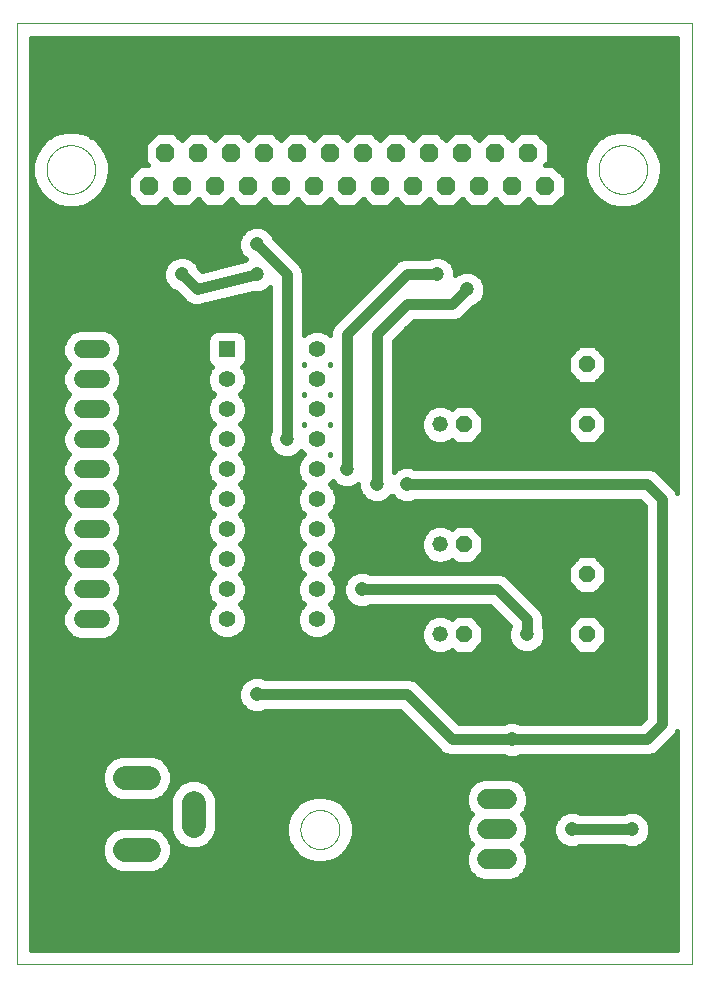
<source format=gtl>
G75*
%MOIN*%
%OFA0B0*%
%FSLAX25Y25*%
%IPPOS*%
%LPD*%
%AMOC8*
5,1,8,0,0,1.08239X$1,22.5*
%
%ADD10C,0.00000*%
%ADD11OC8,0.05200*%
%ADD12C,0.05200*%
%ADD13C,0.06600*%
%ADD14OC8,0.06200*%
%ADD15C,0.07874*%
%ADD16R,0.05500X0.05500*%
%ADD17C,0.05500*%
%ADD18C,0.06000*%
%ADD19C,0.04750*%
%ADD20C,0.03500*%
%ADD21C,0.01600*%
D10*
X0001800Y0001800D02*
X0001800Y0315501D01*
X0226721Y0315501D01*
X0226721Y0001800D01*
X0001800Y0001800D01*
X0096300Y0046800D02*
X0096302Y0046961D01*
X0096308Y0047121D01*
X0096318Y0047282D01*
X0096332Y0047442D01*
X0096350Y0047602D01*
X0096371Y0047761D01*
X0096397Y0047920D01*
X0096427Y0048078D01*
X0096460Y0048235D01*
X0096498Y0048392D01*
X0096539Y0048547D01*
X0096584Y0048701D01*
X0096633Y0048854D01*
X0096686Y0049006D01*
X0096742Y0049157D01*
X0096803Y0049306D01*
X0096866Y0049454D01*
X0096934Y0049600D01*
X0097005Y0049744D01*
X0097079Y0049886D01*
X0097157Y0050027D01*
X0097239Y0050165D01*
X0097324Y0050302D01*
X0097412Y0050436D01*
X0097504Y0050568D01*
X0097599Y0050698D01*
X0097697Y0050826D01*
X0097798Y0050951D01*
X0097902Y0051073D01*
X0098009Y0051193D01*
X0098119Y0051310D01*
X0098232Y0051425D01*
X0098348Y0051536D01*
X0098467Y0051645D01*
X0098588Y0051750D01*
X0098712Y0051853D01*
X0098838Y0051953D01*
X0098966Y0052049D01*
X0099097Y0052142D01*
X0099231Y0052232D01*
X0099366Y0052319D01*
X0099504Y0052402D01*
X0099643Y0052482D01*
X0099785Y0052558D01*
X0099928Y0052631D01*
X0100073Y0052700D01*
X0100220Y0052766D01*
X0100368Y0052828D01*
X0100518Y0052886D01*
X0100669Y0052941D01*
X0100822Y0052992D01*
X0100976Y0053039D01*
X0101131Y0053082D01*
X0101287Y0053121D01*
X0101443Y0053157D01*
X0101601Y0053188D01*
X0101759Y0053216D01*
X0101918Y0053240D01*
X0102078Y0053260D01*
X0102238Y0053276D01*
X0102398Y0053288D01*
X0102559Y0053296D01*
X0102720Y0053300D01*
X0102880Y0053300D01*
X0103041Y0053296D01*
X0103202Y0053288D01*
X0103362Y0053276D01*
X0103522Y0053260D01*
X0103682Y0053240D01*
X0103841Y0053216D01*
X0103999Y0053188D01*
X0104157Y0053157D01*
X0104313Y0053121D01*
X0104469Y0053082D01*
X0104624Y0053039D01*
X0104778Y0052992D01*
X0104931Y0052941D01*
X0105082Y0052886D01*
X0105232Y0052828D01*
X0105380Y0052766D01*
X0105527Y0052700D01*
X0105672Y0052631D01*
X0105815Y0052558D01*
X0105957Y0052482D01*
X0106096Y0052402D01*
X0106234Y0052319D01*
X0106369Y0052232D01*
X0106503Y0052142D01*
X0106634Y0052049D01*
X0106762Y0051953D01*
X0106888Y0051853D01*
X0107012Y0051750D01*
X0107133Y0051645D01*
X0107252Y0051536D01*
X0107368Y0051425D01*
X0107481Y0051310D01*
X0107591Y0051193D01*
X0107698Y0051073D01*
X0107802Y0050951D01*
X0107903Y0050826D01*
X0108001Y0050698D01*
X0108096Y0050568D01*
X0108188Y0050436D01*
X0108276Y0050302D01*
X0108361Y0050165D01*
X0108443Y0050027D01*
X0108521Y0049886D01*
X0108595Y0049744D01*
X0108666Y0049600D01*
X0108734Y0049454D01*
X0108797Y0049306D01*
X0108858Y0049157D01*
X0108914Y0049006D01*
X0108967Y0048854D01*
X0109016Y0048701D01*
X0109061Y0048547D01*
X0109102Y0048392D01*
X0109140Y0048235D01*
X0109173Y0048078D01*
X0109203Y0047920D01*
X0109229Y0047761D01*
X0109250Y0047602D01*
X0109268Y0047442D01*
X0109282Y0047282D01*
X0109292Y0047121D01*
X0109298Y0046961D01*
X0109300Y0046800D01*
X0109298Y0046639D01*
X0109292Y0046479D01*
X0109282Y0046318D01*
X0109268Y0046158D01*
X0109250Y0045998D01*
X0109229Y0045839D01*
X0109203Y0045680D01*
X0109173Y0045522D01*
X0109140Y0045365D01*
X0109102Y0045208D01*
X0109061Y0045053D01*
X0109016Y0044899D01*
X0108967Y0044746D01*
X0108914Y0044594D01*
X0108858Y0044443D01*
X0108797Y0044294D01*
X0108734Y0044146D01*
X0108666Y0044000D01*
X0108595Y0043856D01*
X0108521Y0043714D01*
X0108443Y0043573D01*
X0108361Y0043435D01*
X0108276Y0043298D01*
X0108188Y0043164D01*
X0108096Y0043032D01*
X0108001Y0042902D01*
X0107903Y0042774D01*
X0107802Y0042649D01*
X0107698Y0042527D01*
X0107591Y0042407D01*
X0107481Y0042290D01*
X0107368Y0042175D01*
X0107252Y0042064D01*
X0107133Y0041955D01*
X0107012Y0041850D01*
X0106888Y0041747D01*
X0106762Y0041647D01*
X0106634Y0041551D01*
X0106503Y0041458D01*
X0106369Y0041368D01*
X0106234Y0041281D01*
X0106096Y0041198D01*
X0105957Y0041118D01*
X0105815Y0041042D01*
X0105672Y0040969D01*
X0105527Y0040900D01*
X0105380Y0040834D01*
X0105232Y0040772D01*
X0105082Y0040714D01*
X0104931Y0040659D01*
X0104778Y0040608D01*
X0104624Y0040561D01*
X0104469Y0040518D01*
X0104313Y0040479D01*
X0104157Y0040443D01*
X0103999Y0040412D01*
X0103841Y0040384D01*
X0103682Y0040360D01*
X0103522Y0040340D01*
X0103362Y0040324D01*
X0103202Y0040312D01*
X0103041Y0040304D01*
X0102880Y0040300D01*
X0102720Y0040300D01*
X0102559Y0040304D01*
X0102398Y0040312D01*
X0102238Y0040324D01*
X0102078Y0040340D01*
X0101918Y0040360D01*
X0101759Y0040384D01*
X0101601Y0040412D01*
X0101443Y0040443D01*
X0101287Y0040479D01*
X0101131Y0040518D01*
X0100976Y0040561D01*
X0100822Y0040608D01*
X0100669Y0040659D01*
X0100518Y0040714D01*
X0100368Y0040772D01*
X0100220Y0040834D01*
X0100073Y0040900D01*
X0099928Y0040969D01*
X0099785Y0041042D01*
X0099643Y0041118D01*
X0099504Y0041198D01*
X0099366Y0041281D01*
X0099231Y0041368D01*
X0099097Y0041458D01*
X0098966Y0041551D01*
X0098838Y0041647D01*
X0098712Y0041747D01*
X0098588Y0041850D01*
X0098467Y0041955D01*
X0098348Y0042064D01*
X0098232Y0042175D01*
X0098119Y0042290D01*
X0098009Y0042407D01*
X0097902Y0042527D01*
X0097798Y0042649D01*
X0097697Y0042774D01*
X0097599Y0042902D01*
X0097504Y0043032D01*
X0097412Y0043164D01*
X0097324Y0043298D01*
X0097239Y0043435D01*
X0097157Y0043573D01*
X0097079Y0043714D01*
X0097005Y0043856D01*
X0096934Y0044000D01*
X0096866Y0044146D01*
X0096803Y0044294D01*
X0096742Y0044443D01*
X0096686Y0044594D01*
X0096633Y0044746D01*
X0096584Y0044899D01*
X0096539Y0045053D01*
X0096498Y0045208D01*
X0096460Y0045365D01*
X0096427Y0045522D01*
X0096397Y0045680D01*
X0096371Y0045839D01*
X0096350Y0045998D01*
X0096332Y0046158D01*
X0096318Y0046318D01*
X0096308Y0046479D01*
X0096302Y0046639D01*
X0096300Y0046800D01*
X0011700Y0266800D02*
X0011702Y0266999D01*
X0011710Y0267197D01*
X0011722Y0267396D01*
X0011739Y0267594D01*
X0011761Y0267792D01*
X0011788Y0267989D01*
X0011819Y0268185D01*
X0011856Y0268380D01*
X0011897Y0268575D01*
X0011943Y0268768D01*
X0011993Y0268960D01*
X0012049Y0269151D01*
X0012109Y0269341D01*
X0012173Y0269529D01*
X0012243Y0269715D01*
X0012317Y0269900D01*
X0012395Y0270082D01*
X0012478Y0270263D01*
X0012565Y0270442D01*
X0012656Y0270618D01*
X0012752Y0270792D01*
X0012852Y0270964D01*
X0012957Y0271133D01*
X0013065Y0271300D01*
X0013178Y0271464D01*
X0013294Y0271625D01*
X0013414Y0271783D01*
X0013539Y0271939D01*
X0013667Y0272091D01*
X0013798Y0272240D01*
X0013934Y0272385D01*
X0014072Y0272528D01*
X0014215Y0272666D01*
X0014360Y0272802D01*
X0014509Y0272933D01*
X0014661Y0273061D01*
X0014817Y0273186D01*
X0014975Y0273306D01*
X0015136Y0273422D01*
X0015300Y0273535D01*
X0015467Y0273643D01*
X0015636Y0273748D01*
X0015808Y0273848D01*
X0015982Y0273944D01*
X0016158Y0274035D01*
X0016337Y0274122D01*
X0016518Y0274205D01*
X0016700Y0274283D01*
X0016885Y0274357D01*
X0017071Y0274427D01*
X0017259Y0274491D01*
X0017449Y0274551D01*
X0017640Y0274607D01*
X0017832Y0274657D01*
X0018025Y0274703D01*
X0018220Y0274744D01*
X0018415Y0274781D01*
X0018611Y0274812D01*
X0018808Y0274839D01*
X0019006Y0274861D01*
X0019204Y0274878D01*
X0019403Y0274890D01*
X0019601Y0274898D01*
X0019800Y0274900D01*
X0019999Y0274898D01*
X0020197Y0274890D01*
X0020396Y0274878D01*
X0020594Y0274861D01*
X0020792Y0274839D01*
X0020989Y0274812D01*
X0021185Y0274781D01*
X0021380Y0274744D01*
X0021575Y0274703D01*
X0021768Y0274657D01*
X0021960Y0274607D01*
X0022151Y0274551D01*
X0022341Y0274491D01*
X0022529Y0274427D01*
X0022715Y0274357D01*
X0022900Y0274283D01*
X0023082Y0274205D01*
X0023263Y0274122D01*
X0023442Y0274035D01*
X0023618Y0273944D01*
X0023792Y0273848D01*
X0023964Y0273748D01*
X0024133Y0273643D01*
X0024300Y0273535D01*
X0024464Y0273422D01*
X0024625Y0273306D01*
X0024783Y0273186D01*
X0024939Y0273061D01*
X0025091Y0272933D01*
X0025240Y0272802D01*
X0025385Y0272666D01*
X0025528Y0272528D01*
X0025666Y0272385D01*
X0025802Y0272240D01*
X0025933Y0272091D01*
X0026061Y0271939D01*
X0026186Y0271783D01*
X0026306Y0271625D01*
X0026422Y0271464D01*
X0026535Y0271300D01*
X0026643Y0271133D01*
X0026748Y0270964D01*
X0026848Y0270792D01*
X0026944Y0270618D01*
X0027035Y0270442D01*
X0027122Y0270263D01*
X0027205Y0270082D01*
X0027283Y0269900D01*
X0027357Y0269715D01*
X0027427Y0269529D01*
X0027491Y0269341D01*
X0027551Y0269151D01*
X0027607Y0268960D01*
X0027657Y0268768D01*
X0027703Y0268575D01*
X0027744Y0268380D01*
X0027781Y0268185D01*
X0027812Y0267989D01*
X0027839Y0267792D01*
X0027861Y0267594D01*
X0027878Y0267396D01*
X0027890Y0267197D01*
X0027898Y0266999D01*
X0027900Y0266800D01*
X0027898Y0266601D01*
X0027890Y0266403D01*
X0027878Y0266204D01*
X0027861Y0266006D01*
X0027839Y0265808D01*
X0027812Y0265611D01*
X0027781Y0265415D01*
X0027744Y0265220D01*
X0027703Y0265025D01*
X0027657Y0264832D01*
X0027607Y0264640D01*
X0027551Y0264449D01*
X0027491Y0264259D01*
X0027427Y0264071D01*
X0027357Y0263885D01*
X0027283Y0263700D01*
X0027205Y0263518D01*
X0027122Y0263337D01*
X0027035Y0263158D01*
X0026944Y0262982D01*
X0026848Y0262808D01*
X0026748Y0262636D01*
X0026643Y0262467D01*
X0026535Y0262300D01*
X0026422Y0262136D01*
X0026306Y0261975D01*
X0026186Y0261817D01*
X0026061Y0261661D01*
X0025933Y0261509D01*
X0025802Y0261360D01*
X0025666Y0261215D01*
X0025528Y0261072D01*
X0025385Y0260934D01*
X0025240Y0260798D01*
X0025091Y0260667D01*
X0024939Y0260539D01*
X0024783Y0260414D01*
X0024625Y0260294D01*
X0024464Y0260178D01*
X0024300Y0260065D01*
X0024133Y0259957D01*
X0023964Y0259852D01*
X0023792Y0259752D01*
X0023618Y0259656D01*
X0023442Y0259565D01*
X0023263Y0259478D01*
X0023082Y0259395D01*
X0022900Y0259317D01*
X0022715Y0259243D01*
X0022529Y0259173D01*
X0022341Y0259109D01*
X0022151Y0259049D01*
X0021960Y0258993D01*
X0021768Y0258943D01*
X0021575Y0258897D01*
X0021380Y0258856D01*
X0021185Y0258819D01*
X0020989Y0258788D01*
X0020792Y0258761D01*
X0020594Y0258739D01*
X0020396Y0258722D01*
X0020197Y0258710D01*
X0019999Y0258702D01*
X0019800Y0258700D01*
X0019601Y0258702D01*
X0019403Y0258710D01*
X0019204Y0258722D01*
X0019006Y0258739D01*
X0018808Y0258761D01*
X0018611Y0258788D01*
X0018415Y0258819D01*
X0018220Y0258856D01*
X0018025Y0258897D01*
X0017832Y0258943D01*
X0017640Y0258993D01*
X0017449Y0259049D01*
X0017259Y0259109D01*
X0017071Y0259173D01*
X0016885Y0259243D01*
X0016700Y0259317D01*
X0016518Y0259395D01*
X0016337Y0259478D01*
X0016158Y0259565D01*
X0015982Y0259656D01*
X0015808Y0259752D01*
X0015636Y0259852D01*
X0015467Y0259957D01*
X0015300Y0260065D01*
X0015136Y0260178D01*
X0014975Y0260294D01*
X0014817Y0260414D01*
X0014661Y0260539D01*
X0014509Y0260667D01*
X0014360Y0260798D01*
X0014215Y0260934D01*
X0014072Y0261072D01*
X0013934Y0261215D01*
X0013798Y0261360D01*
X0013667Y0261509D01*
X0013539Y0261661D01*
X0013414Y0261817D01*
X0013294Y0261975D01*
X0013178Y0262136D01*
X0013065Y0262300D01*
X0012957Y0262467D01*
X0012852Y0262636D01*
X0012752Y0262808D01*
X0012656Y0262982D01*
X0012565Y0263158D01*
X0012478Y0263337D01*
X0012395Y0263518D01*
X0012317Y0263700D01*
X0012243Y0263885D01*
X0012173Y0264071D01*
X0012109Y0264259D01*
X0012049Y0264449D01*
X0011993Y0264640D01*
X0011943Y0264832D01*
X0011897Y0265025D01*
X0011856Y0265220D01*
X0011819Y0265415D01*
X0011788Y0265611D01*
X0011761Y0265808D01*
X0011739Y0266006D01*
X0011722Y0266204D01*
X0011710Y0266403D01*
X0011702Y0266601D01*
X0011700Y0266800D01*
X0195700Y0266800D02*
X0195702Y0266999D01*
X0195710Y0267197D01*
X0195722Y0267396D01*
X0195739Y0267594D01*
X0195761Y0267792D01*
X0195788Y0267989D01*
X0195819Y0268185D01*
X0195856Y0268380D01*
X0195897Y0268575D01*
X0195943Y0268768D01*
X0195993Y0268960D01*
X0196049Y0269151D01*
X0196109Y0269341D01*
X0196173Y0269529D01*
X0196243Y0269715D01*
X0196317Y0269900D01*
X0196395Y0270082D01*
X0196478Y0270263D01*
X0196565Y0270442D01*
X0196656Y0270618D01*
X0196752Y0270792D01*
X0196852Y0270964D01*
X0196957Y0271133D01*
X0197065Y0271300D01*
X0197178Y0271464D01*
X0197294Y0271625D01*
X0197414Y0271783D01*
X0197539Y0271939D01*
X0197667Y0272091D01*
X0197798Y0272240D01*
X0197934Y0272385D01*
X0198072Y0272528D01*
X0198215Y0272666D01*
X0198360Y0272802D01*
X0198509Y0272933D01*
X0198661Y0273061D01*
X0198817Y0273186D01*
X0198975Y0273306D01*
X0199136Y0273422D01*
X0199300Y0273535D01*
X0199467Y0273643D01*
X0199636Y0273748D01*
X0199808Y0273848D01*
X0199982Y0273944D01*
X0200158Y0274035D01*
X0200337Y0274122D01*
X0200518Y0274205D01*
X0200700Y0274283D01*
X0200885Y0274357D01*
X0201071Y0274427D01*
X0201259Y0274491D01*
X0201449Y0274551D01*
X0201640Y0274607D01*
X0201832Y0274657D01*
X0202025Y0274703D01*
X0202220Y0274744D01*
X0202415Y0274781D01*
X0202611Y0274812D01*
X0202808Y0274839D01*
X0203006Y0274861D01*
X0203204Y0274878D01*
X0203403Y0274890D01*
X0203601Y0274898D01*
X0203800Y0274900D01*
X0203999Y0274898D01*
X0204197Y0274890D01*
X0204396Y0274878D01*
X0204594Y0274861D01*
X0204792Y0274839D01*
X0204989Y0274812D01*
X0205185Y0274781D01*
X0205380Y0274744D01*
X0205575Y0274703D01*
X0205768Y0274657D01*
X0205960Y0274607D01*
X0206151Y0274551D01*
X0206341Y0274491D01*
X0206529Y0274427D01*
X0206715Y0274357D01*
X0206900Y0274283D01*
X0207082Y0274205D01*
X0207263Y0274122D01*
X0207442Y0274035D01*
X0207618Y0273944D01*
X0207792Y0273848D01*
X0207964Y0273748D01*
X0208133Y0273643D01*
X0208300Y0273535D01*
X0208464Y0273422D01*
X0208625Y0273306D01*
X0208783Y0273186D01*
X0208939Y0273061D01*
X0209091Y0272933D01*
X0209240Y0272802D01*
X0209385Y0272666D01*
X0209528Y0272528D01*
X0209666Y0272385D01*
X0209802Y0272240D01*
X0209933Y0272091D01*
X0210061Y0271939D01*
X0210186Y0271783D01*
X0210306Y0271625D01*
X0210422Y0271464D01*
X0210535Y0271300D01*
X0210643Y0271133D01*
X0210748Y0270964D01*
X0210848Y0270792D01*
X0210944Y0270618D01*
X0211035Y0270442D01*
X0211122Y0270263D01*
X0211205Y0270082D01*
X0211283Y0269900D01*
X0211357Y0269715D01*
X0211427Y0269529D01*
X0211491Y0269341D01*
X0211551Y0269151D01*
X0211607Y0268960D01*
X0211657Y0268768D01*
X0211703Y0268575D01*
X0211744Y0268380D01*
X0211781Y0268185D01*
X0211812Y0267989D01*
X0211839Y0267792D01*
X0211861Y0267594D01*
X0211878Y0267396D01*
X0211890Y0267197D01*
X0211898Y0266999D01*
X0211900Y0266800D01*
X0211898Y0266601D01*
X0211890Y0266403D01*
X0211878Y0266204D01*
X0211861Y0266006D01*
X0211839Y0265808D01*
X0211812Y0265611D01*
X0211781Y0265415D01*
X0211744Y0265220D01*
X0211703Y0265025D01*
X0211657Y0264832D01*
X0211607Y0264640D01*
X0211551Y0264449D01*
X0211491Y0264259D01*
X0211427Y0264071D01*
X0211357Y0263885D01*
X0211283Y0263700D01*
X0211205Y0263518D01*
X0211122Y0263337D01*
X0211035Y0263158D01*
X0210944Y0262982D01*
X0210848Y0262808D01*
X0210748Y0262636D01*
X0210643Y0262467D01*
X0210535Y0262300D01*
X0210422Y0262136D01*
X0210306Y0261975D01*
X0210186Y0261817D01*
X0210061Y0261661D01*
X0209933Y0261509D01*
X0209802Y0261360D01*
X0209666Y0261215D01*
X0209528Y0261072D01*
X0209385Y0260934D01*
X0209240Y0260798D01*
X0209091Y0260667D01*
X0208939Y0260539D01*
X0208783Y0260414D01*
X0208625Y0260294D01*
X0208464Y0260178D01*
X0208300Y0260065D01*
X0208133Y0259957D01*
X0207964Y0259852D01*
X0207792Y0259752D01*
X0207618Y0259656D01*
X0207442Y0259565D01*
X0207263Y0259478D01*
X0207082Y0259395D01*
X0206900Y0259317D01*
X0206715Y0259243D01*
X0206529Y0259173D01*
X0206341Y0259109D01*
X0206151Y0259049D01*
X0205960Y0258993D01*
X0205768Y0258943D01*
X0205575Y0258897D01*
X0205380Y0258856D01*
X0205185Y0258819D01*
X0204989Y0258788D01*
X0204792Y0258761D01*
X0204594Y0258739D01*
X0204396Y0258722D01*
X0204197Y0258710D01*
X0203999Y0258702D01*
X0203800Y0258700D01*
X0203601Y0258702D01*
X0203403Y0258710D01*
X0203204Y0258722D01*
X0203006Y0258739D01*
X0202808Y0258761D01*
X0202611Y0258788D01*
X0202415Y0258819D01*
X0202220Y0258856D01*
X0202025Y0258897D01*
X0201832Y0258943D01*
X0201640Y0258993D01*
X0201449Y0259049D01*
X0201259Y0259109D01*
X0201071Y0259173D01*
X0200885Y0259243D01*
X0200700Y0259317D01*
X0200518Y0259395D01*
X0200337Y0259478D01*
X0200158Y0259565D01*
X0199982Y0259656D01*
X0199808Y0259752D01*
X0199636Y0259852D01*
X0199467Y0259957D01*
X0199300Y0260065D01*
X0199136Y0260178D01*
X0198975Y0260294D01*
X0198817Y0260414D01*
X0198661Y0260539D01*
X0198509Y0260667D01*
X0198360Y0260798D01*
X0198215Y0260934D01*
X0198072Y0261072D01*
X0197934Y0261215D01*
X0197798Y0261360D01*
X0197667Y0261509D01*
X0197539Y0261661D01*
X0197414Y0261817D01*
X0197294Y0261975D01*
X0197178Y0262136D01*
X0197065Y0262300D01*
X0196957Y0262467D01*
X0196852Y0262636D01*
X0196752Y0262808D01*
X0196656Y0262982D01*
X0196565Y0263158D01*
X0196478Y0263337D01*
X0196395Y0263518D01*
X0196317Y0263700D01*
X0196243Y0263885D01*
X0196173Y0264071D01*
X0196109Y0264259D01*
X0196049Y0264449D01*
X0195993Y0264640D01*
X0195943Y0264832D01*
X0195897Y0265025D01*
X0195856Y0265220D01*
X0195819Y0265415D01*
X0195788Y0265611D01*
X0195761Y0265808D01*
X0195739Y0266006D01*
X0195722Y0266204D01*
X0195710Y0266403D01*
X0195702Y0266601D01*
X0195700Y0266800D01*
D11*
X0191800Y0201800D03*
X0191800Y0181800D03*
X0191800Y0131800D03*
X0191800Y0111800D03*
X0150800Y0111800D03*
X0150800Y0141800D03*
X0150800Y0181800D03*
D12*
X0142800Y0181800D03*
X0142800Y0141800D03*
X0142800Y0111800D03*
D13*
X0158500Y0056800D02*
X0165100Y0056800D01*
X0165100Y0046800D02*
X0158500Y0046800D01*
X0158500Y0036800D02*
X0165100Y0036800D01*
D14*
X0166800Y0261300D03*
X0161300Y0272300D03*
X0155800Y0261300D03*
X0150300Y0272300D03*
X0144800Y0261300D03*
X0139300Y0272300D03*
X0133800Y0261300D03*
X0128300Y0272300D03*
X0122800Y0261300D03*
X0117300Y0272300D03*
X0111800Y0261300D03*
X0106300Y0272300D03*
X0100800Y0261300D03*
X0095300Y0272300D03*
X0089800Y0261300D03*
X0084300Y0272300D03*
X0078800Y0261300D03*
X0073300Y0272300D03*
X0067800Y0261300D03*
X0062300Y0272300D03*
X0056800Y0261300D03*
X0051300Y0272300D03*
X0045800Y0261300D03*
X0172300Y0272300D03*
X0177800Y0261300D03*
D15*
X0045737Y0064005D02*
X0037863Y0064005D01*
X0037863Y0039989D02*
X0045737Y0039989D01*
X0060698Y0047863D02*
X0060698Y0055737D01*
D16*
X0071800Y0206800D03*
D17*
X0071800Y0196800D03*
X0071800Y0186800D03*
X0071800Y0176800D03*
X0071800Y0166800D03*
X0071800Y0156800D03*
X0071800Y0146800D03*
X0071800Y0136800D03*
X0071800Y0126800D03*
X0071800Y0116800D03*
X0101800Y0116800D03*
X0101800Y0126800D03*
X0101800Y0136800D03*
X0101800Y0146800D03*
X0101800Y0156800D03*
X0101800Y0166800D03*
X0101800Y0176800D03*
X0101800Y0186800D03*
X0101800Y0196800D03*
X0101800Y0206800D03*
D18*
X0029800Y0206800D02*
X0023800Y0206800D01*
X0023800Y0196800D02*
X0029800Y0196800D01*
X0029800Y0186800D02*
X0023800Y0186800D01*
X0023800Y0176800D02*
X0029800Y0176800D01*
X0029800Y0166800D02*
X0023800Y0166800D01*
X0023800Y0156800D02*
X0029800Y0156800D01*
X0029800Y0146800D02*
X0023800Y0146800D01*
X0023800Y0136800D02*
X0029800Y0136800D01*
X0029800Y0126800D02*
X0023800Y0126800D01*
X0023800Y0116800D02*
X0029800Y0116800D01*
D19*
X0081800Y0091800D03*
X0116800Y0126800D03*
X0121800Y0161800D03*
X0131800Y0161800D03*
X0111800Y0166800D03*
X0091800Y0176800D03*
X0081800Y0231800D03*
X0081800Y0241800D03*
X0056800Y0231800D03*
X0141800Y0231800D03*
X0151800Y0226800D03*
X0171800Y0111800D03*
X0166800Y0076800D03*
X0186800Y0046800D03*
X0206800Y0046800D03*
D20*
X0186800Y0046800D01*
X0166800Y0076800D02*
X0211800Y0076800D01*
X0216800Y0081800D01*
X0216800Y0156800D01*
X0211800Y0161800D01*
X0131800Y0161800D01*
X0121800Y0161800D02*
X0121800Y0211800D01*
X0131800Y0221800D01*
X0146800Y0221800D01*
X0151800Y0226800D01*
X0141800Y0231800D02*
X0131800Y0231800D01*
X0111800Y0211800D01*
X0111800Y0166800D01*
X0091800Y0176800D02*
X0091800Y0231800D01*
X0081800Y0241800D01*
X0081800Y0231800D02*
X0061800Y0226800D01*
X0056800Y0231800D01*
X0116800Y0126800D02*
X0161800Y0126800D01*
X0171800Y0116800D01*
X0171800Y0111800D01*
X0166800Y0076800D02*
X0146800Y0076800D01*
X0131800Y0091800D01*
X0081800Y0091800D01*
D21*
X0084537Y0086250D02*
X0129501Y0086250D01*
X0142095Y0073656D01*
X0143656Y0072095D01*
X0145696Y0071250D01*
X0164063Y0071250D01*
X0165572Y0070625D01*
X0168028Y0070625D01*
X0169537Y0071250D01*
X0212904Y0071250D01*
X0214944Y0072095D01*
X0216505Y0073656D01*
X0221505Y0078656D01*
X0221921Y0079661D01*
X0221921Y0006600D01*
X0006600Y0006600D01*
X0006600Y0310701D01*
X0221921Y0310701D01*
X0221921Y0158939D01*
X0221505Y0159944D01*
X0219944Y0161505D01*
X0214944Y0166505D01*
X0212904Y0167350D01*
X0134537Y0167350D01*
X0133028Y0167975D01*
X0130572Y0167975D01*
X0128302Y0167035D01*
X0127350Y0166082D01*
X0127350Y0209501D01*
X0134099Y0216250D01*
X0147904Y0216250D01*
X0149944Y0217095D01*
X0153789Y0220940D01*
X0155298Y0221565D01*
X0157035Y0223302D01*
X0157975Y0225572D01*
X0157975Y0228028D01*
X0157035Y0230298D01*
X0155298Y0232035D01*
X0153028Y0232975D01*
X0150572Y0232975D01*
X0148302Y0232035D01*
X0147975Y0231707D01*
X0147975Y0233028D01*
X0147035Y0235298D01*
X0145298Y0237035D01*
X0143028Y0237975D01*
X0140572Y0237975D01*
X0139063Y0237350D01*
X0130696Y0237350D01*
X0128656Y0236505D01*
X0127095Y0234944D01*
X0107095Y0214944D01*
X0106250Y0212904D01*
X0106250Y0211613D01*
X0105510Y0212353D01*
X0103103Y0213350D01*
X0100497Y0213350D01*
X0098090Y0212353D01*
X0097350Y0211613D01*
X0097350Y0232904D01*
X0096505Y0234944D01*
X0087660Y0243789D01*
X0087035Y0245298D01*
X0085298Y0247035D01*
X0083028Y0247975D01*
X0080572Y0247975D01*
X0078302Y0247035D01*
X0076565Y0245298D01*
X0075625Y0243028D01*
X0075625Y0240572D01*
X0076565Y0238302D01*
X0078068Y0236800D01*
X0077784Y0236517D01*
X0063502Y0232946D01*
X0062660Y0233789D01*
X0062035Y0235298D01*
X0060298Y0237035D01*
X0058028Y0237975D01*
X0055572Y0237975D01*
X0053302Y0237035D01*
X0051565Y0235298D01*
X0050625Y0233028D01*
X0050625Y0230572D01*
X0051565Y0228302D01*
X0053302Y0226565D01*
X0054811Y0225940D01*
X0057585Y0223166D01*
X0057998Y0222609D01*
X0058359Y0222392D01*
X0058656Y0222095D01*
X0059297Y0221830D01*
X0059891Y0221473D01*
X0060307Y0221411D01*
X0060696Y0221250D01*
X0061389Y0221250D01*
X0062075Y0221148D01*
X0062483Y0221250D01*
X0062904Y0221250D01*
X0063544Y0221515D01*
X0080351Y0225717D01*
X0080572Y0225625D01*
X0083028Y0225625D01*
X0085298Y0226565D01*
X0086250Y0227518D01*
X0086250Y0179537D01*
X0085625Y0178028D01*
X0085625Y0175572D01*
X0086565Y0173302D01*
X0088302Y0171565D01*
X0090572Y0170625D01*
X0093028Y0170625D01*
X0095298Y0171565D01*
X0096535Y0172802D01*
X0097537Y0171800D01*
X0096247Y0170510D01*
X0095250Y0168103D01*
X0095250Y0165497D01*
X0096247Y0163090D01*
X0097537Y0161800D01*
X0096247Y0160510D01*
X0095250Y0158103D01*
X0095250Y0155497D01*
X0096247Y0153090D01*
X0097537Y0151800D01*
X0096247Y0150510D01*
X0095250Y0148103D01*
X0095250Y0145497D01*
X0096247Y0143090D01*
X0097537Y0141800D01*
X0096247Y0140510D01*
X0095250Y0138103D01*
X0095250Y0135497D01*
X0096247Y0133090D01*
X0097537Y0131800D01*
X0096247Y0130510D01*
X0095250Y0128103D01*
X0095250Y0125497D01*
X0096247Y0123090D01*
X0097537Y0121800D01*
X0096247Y0120510D01*
X0095250Y0118103D01*
X0095250Y0115497D01*
X0096247Y0113090D01*
X0098090Y0111247D01*
X0100497Y0110250D01*
X0103103Y0110250D01*
X0105510Y0111247D01*
X0107353Y0113090D01*
X0108350Y0115497D01*
X0108350Y0118103D01*
X0107353Y0120510D01*
X0106063Y0121800D01*
X0107353Y0123090D01*
X0108350Y0125497D01*
X0108350Y0128103D01*
X0107353Y0130510D01*
X0106063Y0131800D01*
X0107353Y0133090D01*
X0108350Y0135497D01*
X0108350Y0138103D01*
X0107353Y0140510D01*
X0106063Y0141800D01*
X0107353Y0143090D01*
X0108350Y0145497D01*
X0108350Y0148103D01*
X0107353Y0150510D01*
X0106063Y0151800D01*
X0107353Y0153090D01*
X0108350Y0155497D01*
X0108350Y0158103D01*
X0107353Y0160510D01*
X0106063Y0161800D01*
X0107065Y0162802D01*
X0108302Y0161565D01*
X0110572Y0160625D01*
X0113028Y0160625D01*
X0115298Y0161565D01*
X0115625Y0161893D01*
X0115625Y0160572D01*
X0116565Y0158302D01*
X0118302Y0156565D01*
X0120572Y0155625D01*
X0123028Y0155625D01*
X0125298Y0156565D01*
X0126800Y0158068D01*
X0128302Y0156565D01*
X0130572Y0155625D01*
X0133028Y0155625D01*
X0134537Y0156250D01*
X0209501Y0156250D01*
X0211250Y0154501D01*
X0211250Y0084099D01*
X0209501Y0082350D01*
X0169537Y0082350D01*
X0168028Y0082975D01*
X0165572Y0082975D01*
X0164063Y0082350D01*
X0149099Y0082350D01*
X0134944Y0096505D01*
X0132904Y0097350D01*
X0084537Y0097350D01*
X0083028Y0097975D01*
X0080572Y0097975D01*
X0078302Y0097035D01*
X0076565Y0095298D01*
X0075625Y0093028D01*
X0075625Y0090572D01*
X0076565Y0088302D01*
X0078302Y0086565D01*
X0080572Y0085625D01*
X0083028Y0085625D01*
X0084537Y0086250D01*
X0083710Y0085908D02*
X0129843Y0085908D01*
X0131442Y0084309D02*
X0006600Y0084309D01*
X0006600Y0082711D02*
X0133040Y0082711D01*
X0134639Y0081112D02*
X0006600Y0081112D01*
X0006600Y0079514D02*
X0136237Y0079514D01*
X0137836Y0077915D02*
X0006600Y0077915D01*
X0006600Y0076317D02*
X0139434Y0076317D01*
X0141033Y0074718D02*
X0006600Y0074718D01*
X0006600Y0073120D02*
X0142631Y0073120D01*
X0145042Y0071521D02*
X0047809Y0071521D01*
X0047276Y0071742D02*
X0036324Y0071742D01*
X0033480Y0070564D01*
X0031304Y0068387D01*
X0030126Y0065544D01*
X0030126Y0062466D01*
X0031304Y0059622D01*
X0033480Y0057446D01*
X0036324Y0056268D01*
X0047276Y0056268D01*
X0050120Y0057446D01*
X0052296Y0059622D01*
X0053474Y0062466D01*
X0053474Y0065544D01*
X0052296Y0068387D01*
X0050120Y0070564D01*
X0047276Y0071742D01*
X0050761Y0069923D02*
X0221921Y0069923D01*
X0221921Y0071521D02*
X0213558Y0071521D01*
X0215968Y0073120D02*
X0221921Y0073120D01*
X0221921Y0074718D02*
X0217567Y0074718D01*
X0219166Y0076317D02*
X0221921Y0076317D01*
X0221921Y0077915D02*
X0220764Y0077915D01*
X0221860Y0079514D02*
X0221921Y0079514D01*
X0221921Y0068324D02*
X0052322Y0068324D01*
X0052984Y0066726D02*
X0221921Y0066726D01*
X0221921Y0065127D02*
X0053474Y0065127D01*
X0053474Y0063529D02*
X0156191Y0063529D01*
X0157088Y0063900D02*
X0154478Y0062819D01*
X0152481Y0060822D01*
X0151400Y0058212D01*
X0151400Y0055388D01*
X0152481Y0052778D01*
X0153459Y0051800D01*
X0152481Y0050822D01*
X0151400Y0048212D01*
X0151400Y0045388D01*
X0152481Y0042778D01*
X0153459Y0041800D01*
X0152481Y0040822D01*
X0151400Y0038212D01*
X0151400Y0035388D01*
X0152481Y0032778D01*
X0154478Y0030781D01*
X0157088Y0029700D01*
X0166512Y0029700D01*
X0169122Y0030781D01*
X0171119Y0032778D01*
X0172200Y0035388D01*
X0172200Y0038212D01*
X0171119Y0040822D01*
X0170141Y0041800D01*
X0171119Y0042778D01*
X0172200Y0045388D01*
X0172200Y0048212D01*
X0171119Y0050822D01*
X0170141Y0051800D01*
X0171119Y0052778D01*
X0172200Y0055388D01*
X0172200Y0058212D01*
X0171119Y0060822D01*
X0169122Y0062819D01*
X0166512Y0063900D01*
X0157088Y0063900D01*
X0153589Y0061930D02*
X0065446Y0061930D01*
X0065080Y0062296D02*
X0062237Y0063474D01*
X0059159Y0063474D01*
X0056315Y0062296D01*
X0054139Y0060120D01*
X0052961Y0057276D01*
X0052961Y0046324D01*
X0054139Y0043480D01*
X0056315Y0041304D01*
X0059159Y0040126D01*
X0062237Y0040126D01*
X0065080Y0041304D01*
X0067257Y0043480D01*
X0068435Y0046324D01*
X0068435Y0057276D01*
X0067257Y0060120D01*
X0065080Y0062296D01*
X0067045Y0060332D02*
X0152278Y0060332D01*
X0151616Y0058733D02*
X0067831Y0058733D01*
X0068435Y0057134D02*
X0098100Y0057134D01*
X0098438Y0057330D02*
X0095862Y0055842D01*
X0093758Y0053738D01*
X0092270Y0051162D01*
X0091500Y0048288D01*
X0091500Y0045312D01*
X0092270Y0042438D01*
X0093758Y0039862D01*
X0095862Y0037758D01*
X0098438Y0036270D01*
X0101312Y0035500D01*
X0104288Y0035500D01*
X0107162Y0036270D01*
X0109738Y0037758D01*
X0111842Y0039862D01*
X0113330Y0042438D01*
X0114100Y0045312D01*
X0114100Y0048288D01*
X0113330Y0051162D01*
X0111842Y0053738D01*
X0109738Y0055842D01*
X0107162Y0057330D01*
X0104288Y0058100D01*
X0101312Y0058100D01*
X0098438Y0057330D01*
X0095555Y0055536D02*
X0068435Y0055536D01*
X0068435Y0053937D02*
X0093957Y0053937D01*
X0092950Y0052339D02*
X0068435Y0052339D01*
X0068435Y0050740D02*
X0092157Y0050740D01*
X0091729Y0049142D02*
X0068435Y0049142D01*
X0068435Y0047543D02*
X0091500Y0047543D01*
X0091500Y0045945D02*
X0068278Y0045945D01*
X0067615Y0044346D02*
X0091759Y0044346D01*
X0092187Y0042748D02*
X0066524Y0042748D01*
X0064707Y0041149D02*
X0093014Y0041149D01*
X0094069Y0039551D02*
X0053474Y0039551D01*
X0053474Y0038450D02*
X0053474Y0041528D01*
X0052296Y0044372D01*
X0050120Y0046548D01*
X0047276Y0047726D01*
X0036324Y0047726D01*
X0033480Y0046548D01*
X0031304Y0044372D01*
X0030126Y0041528D01*
X0030126Y0038450D01*
X0031304Y0035606D01*
X0033480Y0033430D01*
X0036324Y0032252D01*
X0047276Y0032252D01*
X0050120Y0033430D01*
X0052296Y0035606D01*
X0053474Y0038450D01*
X0053268Y0037952D02*
X0095667Y0037952D01*
X0098293Y0036354D02*
X0052606Y0036354D01*
X0051445Y0034755D02*
X0151662Y0034755D01*
X0151400Y0036354D02*
X0107307Y0036354D01*
X0109933Y0037952D02*
X0151400Y0037952D01*
X0151954Y0039551D02*
X0111531Y0039551D01*
X0112586Y0041149D02*
X0152808Y0041149D01*
X0152511Y0042748D02*
X0113413Y0042748D01*
X0113841Y0044346D02*
X0151831Y0044346D01*
X0151400Y0045945D02*
X0114100Y0045945D01*
X0114100Y0047543D02*
X0151400Y0047543D01*
X0151785Y0049142D02*
X0113871Y0049142D01*
X0113443Y0050740D02*
X0152447Y0050740D01*
X0152920Y0052339D02*
X0112650Y0052339D01*
X0111643Y0053937D02*
X0152001Y0053937D01*
X0151400Y0055536D02*
X0110045Y0055536D01*
X0107500Y0057134D02*
X0151400Y0057134D01*
X0167409Y0063529D02*
X0221921Y0063529D01*
X0221921Y0061930D02*
X0170011Y0061930D01*
X0171322Y0060332D02*
X0221921Y0060332D01*
X0221921Y0058733D02*
X0171984Y0058733D01*
X0172200Y0057134D02*
X0221921Y0057134D01*
X0221921Y0055536D02*
X0172200Y0055536D01*
X0171599Y0053937D02*
X0221921Y0053937D01*
X0221921Y0052339D02*
X0209563Y0052339D01*
X0210298Y0052035D02*
X0208028Y0052975D01*
X0205572Y0052975D01*
X0204063Y0052350D01*
X0189537Y0052350D01*
X0188028Y0052975D01*
X0185572Y0052975D01*
X0183302Y0052035D01*
X0181565Y0050298D01*
X0180625Y0048028D01*
X0180625Y0045572D01*
X0181565Y0043302D01*
X0183302Y0041565D01*
X0185572Y0040625D01*
X0188028Y0040625D01*
X0189537Y0041250D01*
X0204063Y0041250D01*
X0205572Y0040625D01*
X0208028Y0040625D01*
X0210298Y0041565D01*
X0212035Y0043302D01*
X0212975Y0045572D01*
X0212975Y0048028D01*
X0212035Y0050298D01*
X0210298Y0052035D01*
X0211592Y0050740D02*
X0221921Y0050740D01*
X0221921Y0049142D02*
X0212513Y0049142D01*
X0212975Y0047543D02*
X0221921Y0047543D01*
X0221921Y0045945D02*
X0212975Y0045945D01*
X0212467Y0044346D02*
X0221921Y0044346D01*
X0221921Y0042748D02*
X0211480Y0042748D01*
X0209294Y0041149D02*
X0221921Y0041149D01*
X0221921Y0039551D02*
X0171646Y0039551D01*
X0172200Y0037952D02*
X0221921Y0037952D01*
X0221921Y0036354D02*
X0172200Y0036354D01*
X0171938Y0034755D02*
X0221921Y0034755D01*
X0221921Y0033157D02*
X0171276Y0033157D01*
X0169899Y0031558D02*
X0221921Y0031558D01*
X0221921Y0029960D02*
X0167140Y0029960D01*
X0170792Y0041149D02*
X0184306Y0041149D01*
X0182120Y0042748D02*
X0171089Y0042748D01*
X0171769Y0044346D02*
X0181133Y0044346D01*
X0180625Y0045945D02*
X0172200Y0045945D01*
X0172200Y0047543D02*
X0180625Y0047543D01*
X0181087Y0049142D02*
X0171815Y0049142D01*
X0171153Y0050740D02*
X0182008Y0050740D01*
X0184037Y0052339D02*
X0170680Y0052339D01*
X0156460Y0029960D02*
X0006600Y0029960D01*
X0006600Y0031558D02*
X0153701Y0031558D01*
X0152324Y0033157D02*
X0049461Y0033157D01*
X0053474Y0041149D02*
X0056688Y0041149D01*
X0054871Y0042748D02*
X0052969Y0042748D01*
X0052307Y0044346D02*
X0053780Y0044346D01*
X0053118Y0045945D02*
X0050723Y0045945D01*
X0052961Y0047543D02*
X0047717Y0047543D01*
X0052961Y0049142D02*
X0006600Y0049142D01*
X0006600Y0050740D02*
X0052961Y0050740D01*
X0052961Y0052339D02*
X0006600Y0052339D01*
X0006600Y0053937D02*
X0052961Y0053937D01*
X0052961Y0055536D02*
X0006600Y0055536D01*
X0006600Y0057134D02*
X0034231Y0057134D01*
X0032193Y0058733D02*
X0006600Y0058733D01*
X0006600Y0060332D02*
X0031010Y0060332D01*
X0030348Y0061930D02*
X0006600Y0061930D01*
X0006600Y0063529D02*
X0030126Y0063529D01*
X0030126Y0065127D02*
X0006600Y0065127D01*
X0006600Y0066726D02*
X0030616Y0066726D01*
X0031278Y0068324D02*
X0006600Y0068324D01*
X0006600Y0069923D02*
X0032839Y0069923D01*
X0035791Y0071521D02*
X0006600Y0071521D01*
X0006600Y0085908D02*
X0079890Y0085908D01*
X0077361Y0087506D02*
X0006600Y0087506D01*
X0006600Y0089105D02*
X0076233Y0089105D01*
X0075625Y0090703D02*
X0006600Y0090703D01*
X0006600Y0092302D02*
X0075625Y0092302D01*
X0075986Y0093900D02*
X0006600Y0093900D01*
X0006600Y0095499D02*
X0076766Y0095499D01*
X0078453Y0097097D02*
X0006600Y0097097D01*
X0006600Y0098696D02*
X0211250Y0098696D01*
X0211250Y0100294D02*
X0006600Y0100294D01*
X0006600Y0101893D02*
X0211250Y0101893D01*
X0211250Y0103491D02*
X0006600Y0103491D01*
X0006600Y0105090D02*
X0211250Y0105090D01*
X0211250Y0106688D02*
X0195739Y0106688D01*
X0194451Y0105400D02*
X0198200Y0109149D01*
X0198200Y0114451D01*
X0194451Y0118200D01*
X0189149Y0118200D01*
X0185400Y0114451D01*
X0185400Y0109149D01*
X0189149Y0105400D01*
X0194451Y0105400D01*
X0197338Y0108287D02*
X0211250Y0108287D01*
X0211250Y0109885D02*
X0198200Y0109885D01*
X0198200Y0111484D02*
X0211250Y0111484D01*
X0211250Y0113082D02*
X0198200Y0113082D01*
X0197970Y0114681D02*
X0211250Y0114681D01*
X0211250Y0116279D02*
X0196372Y0116279D01*
X0194773Y0117878D02*
X0211250Y0117878D01*
X0211250Y0119476D02*
X0176699Y0119476D01*
X0176505Y0119944D02*
X0174944Y0121505D01*
X0164944Y0131505D01*
X0162904Y0132350D01*
X0119537Y0132350D01*
X0118028Y0132975D01*
X0115572Y0132975D01*
X0113302Y0132035D01*
X0111565Y0130298D01*
X0110625Y0128028D01*
X0110625Y0125572D01*
X0111565Y0123302D01*
X0113302Y0121565D01*
X0115572Y0120625D01*
X0118028Y0120625D01*
X0119537Y0121250D01*
X0159501Y0121250D01*
X0166240Y0114512D01*
X0165625Y0113028D01*
X0165625Y0110572D01*
X0166565Y0108302D01*
X0168302Y0106565D01*
X0170572Y0105625D01*
X0173028Y0105625D01*
X0175298Y0106565D01*
X0177035Y0108302D01*
X0177975Y0110572D01*
X0177975Y0113028D01*
X0177350Y0114537D01*
X0177350Y0117904D01*
X0176505Y0119944D01*
X0175374Y0121075D02*
X0211250Y0121075D01*
X0211250Y0122673D02*
X0173775Y0122673D01*
X0172177Y0124272D02*
X0211250Y0124272D01*
X0211250Y0125870D02*
X0194921Y0125870D01*
X0194451Y0125400D02*
X0198200Y0129149D01*
X0198200Y0134451D01*
X0194451Y0138200D01*
X0189149Y0138200D01*
X0185400Y0134451D01*
X0185400Y0129149D01*
X0189149Y0125400D01*
X0194451Y0125400D01*
X0196520Y0127469D02*
X0211250Y0127469D01*
X0211250Y0129068D02*
X0198118Y0129068D01*
X0198200Y0130666D02*
X0211250Y0130666D01*
X0211250Y0132265D02*
X0198200Y0132265D01*
X0198200Y0133863D02*
X0211250Y0133863D01*
X0211250Y0135462D02*
X0197189Y0135462D01*
X0195591Y0137060D02*
X0211250Y0137060D01*
X0211250Y0138659D02*
X0156710Y0138659D01*
X0157200Y0139149D02*
X0153451Y0135400D01*
X0148149Y0135400D01*
X0146800Y0136749D01*
X0146425Y0136374D01*
X0144073Y0135400D01*
X0141527Y0135400D01*
X0139175Y0136374D01*
X0137374Y0138175D01*
X0136400Y0140527D01*
X0136400Y0143073D01*
X0137374Y0145425D01*
X0139175Y0147226D01*
X0141527Y0148200D01*
X0144073Y0148200D01*
X0146425Y0147226D01*
X0146800Y0146851D01*
X0148149Y0148200D01*
X0153451Y0148200D01*
X0157200Y0144451D01*
X0157200Y0139149D01*
X0157200Y0140257D02*
X0211250Y0140257D01*
X0211250Y0141856D02*
X0157200Y0141856D01*
X0157200Y0143454D02*
X0211250Y0143454D01*
X0211250Y0145053D02*
X0156598Y0145053D01*
X0155000Y0146651D02*
X0211250Y0146651D01*
X0211250Y0148250D02*
X0108289Y0148250D01*
X0108350Y0146651D02*
X0138600Y0146651D01*
X0137220Y0145053D02*
X0108166Y0145053D01*
X0107504Y0143454D02*
X0136558Y0143454D01*
X0136400Y0141856D02*
X0106119Y0141856D01*
X0107458Y0140257D02*
X0136512Y0140257D01*
X0137174Y0138659D02*
X0108120Y0138659D01*
X0108350Y0137060D02*
X0138489Y0137060D01*
X0141378Y0135462D02*
X0108335Y0135462D01*
X0107673Y0133863D02*
X0185400Y0133863D01*
X0185400Y0132265D02*
X0163110Y0132265D01*
X0165783Y0130666D02*
X0185400Y0130666D01*
X0185482Y0129068D02*
X0167381Y0129068D01*
X0168980Y0127469D02*
X0187080Y0127469D01*
X0188679Y0125870D02*
X0170578Y0125870D01*
X0177350Y0117878D02*
X0188827Y0117878D01*
X0187228Y0116279D02*
X0177350Y0116279D01*
X0177350Y0114681D02*
X0185630Y0114681D01*
X0185400Y0113082D02*
X0177952Y0113082D01*
X0177975Y0111484D02*
X0185400Y0111484D01*
X0185400Y0109885D02*
X0177690Y0109885D01*
X0177019Y0108287D02*
X0186262Y0108287D01*
X0187861Y0106688D02*
X0175421Y0106688D01*
X0168179Y0106688D02*
X0154739Y0106688D01*
X0153451Y0105400D02*
X0157200Y0109149D01*
X0157200Y0114451D01*
X0153451Y0118200D01*
X0148149Y0118200D01*
X0146800Y0116851D01*
X0146425Y0117226D01*
X0144073Y0118200D01*
X0141527Y0118200D01*
X0139175Y0117226D01*
X0137374Y0115425D01*
X0136400Y0113073D01*
X0136400Y0110527D01*
X0137374Y0108175D01*
X0139175Y0106374D01*
X0141527Y0105400D01*
X0144073Y0105400D01*
X0146425Y0106374D01*
X0146800Y0106749D01*
X0148149Y0105400D01*
X0153451Y0105400D01*
X0156338Y0108287D02*
X0166581Y0108287D01*
X0165909Y0109885D02*
X0157200Y0109885D01*
X0157200Y0111484D02*
X0165625Y0111484D01*
X0165648Y0113082D02*
X0157200Y0113082D01*
X0156970Y0114681D02*
X0166070Y0114681D01*
X0164472Y0116279D02*
X0155372Y0116279D01*
X0153773Y0117878D02*
X0162873Y0117878D01*
X0161275Y0119476D02*
X0107781Y0119476D01*
X0108350Y0117878D02*
X0140749Y0117878D01*
X0138228Y0116279D02*
X0108350Y0116279D01*
X0108012Y0114681D02*
X0137066Y0114681D01*
X0136404Y0113082D02*
X0107345Y0113082D01*
X0105747Y0111484D02*
X0136400Y0111484D01*
X0136666Y0109885D02*
X0006600Y0109885D01*
X0006600Y0108287D02*
X0137328Y0108287D01*
X0138861Y0106688D02*
X0006600Y0106688D01*
X0006600Y0111484D02*
X0019499Y0111484D01*
X0019948Y0111035D02*
X0022447Y0110000D01*
X0031153Y0110000D01*
X0033652Y0111035D01*
X0035565Y0112948D01*
X0036600Y0115447D01*
X0036600Y0118153D01*
X0035565Y0120652D01*
X0034417Y0121800D01*
X0035565Y0122948D01*
X0036600Y0125447D01*
X0036600Y0128153D01*
X0035565Y0130652D01*
X0034417Y0131800D01*
X0035565Y0132948D01*
X0036600Y0135447D01*
X0036600Y0138153D01*
X0035565Y0140652D01*
X0034417Y0141800D01*
X0035565Y0142948D01*
X0036600Y0145447D01*
X0036600Y0148153D01*
X0035565Y0150652D01*
X0034417Y0151800D01*
X0035565Y0152948D01*
X0036600Y0155447D01*
X0036600Y0158153D01*
X0035565Y0160652D01*
X0034417Y0161800D01*
X0035565Y0162948D01*
X0036600Y0165447D01*
X0036600Y0168153D01*
X0035565Y0170652D01*
X0034417Y0171800D01*
X0035565Y0172948D01*
X0036600Y0175447D01*
X0036600Y0178153D01*
X0035565Y0180652D01*
X0034417Y0181800D01*
X0035565Y0182948D01*
X0036600Y0185447D01*
X0036600Y0188153D01*
X0035565Y0190652D01*
X0034417Y0191800D01*
X0035565Y0192948D01*
X0036600Y0195447D01*
X0036600Y0198153D01*
X0035565Y0200652D01*
X0034417Y0201800D01*
X0035565Y0202948D01*
X0036600Y0205447D01*
X0036600Y0208153D01*
X0035565Y0210652D01*
X0033652Y0212565D01*
X0031153Y0213600D01*
X0022447Y0213600D01*
X0019948Y0212565D01*
X0018035Y0210652D01*
X0017000Y0208153D01*
X0017000Y0205447D01*
X0018035Y0202948D01*
X0019183Y0201800D01*
X0018035Y0200652D01*
X0017000Y0198153D01*
X0017000Y0195447D01*
X0018035Y0192948D01*
X0019183Y0191800D01*
X0018035Y0190652D01*
X0017000Y0188153D01*
X0017000Y0185447D01*
X0018035Y0182948D01*
X0019183Y0181800D01*
X0018035Y0180652D01*
X0017000Y0178153D01*
X0017000Y0175447D01*
X0018035Y0172948D01*
X0019183Y0171800D01*
X0018035Y0170652D01*
X0017000Y0168153D01*
X0017000Y0165447D01*
X0018035Y0162948D01*
X0019183Y0161800D01*
X0018035Y0160652D01*
X0017000Y0158153D01*
X0017000Y0155447D01*
X0018035Y0152948D01*
X0019183Y0151800D01*
X0018035Y0150652D01*
X0017000Y0148153D01*
X0017000Y0145447D01*
X0018035Y0142948D01*
X0019183Y0141800D01*
X0018035Y0140652D01*
X0017000Y0138153D01*
X0017000Y0135447D01*
X0018035Y0132948D01*
X0019183Y0131800D01*
X0018035Y0130652D01*
X0017000Y0128153D01*
X0017000Y0125447D01*
X0018035Y0122948D01*
X0019183Y0121800D01*
X0018035Y0120652D01*
X0017000Y0118153D01*
X0017000Y0115447D01*
X0018035Y0112948D01*
X0019948Y0111035D01*
X0017980Y0113082D02*
X0006600Y0113082D01*
X0006600Y0114681D02*
X0017317Y0114681D01*
X0017000Y0116279D02*
X0006600Y0116279D01*
X0006600Y0117878D02*
X0017000Y0117878D01*
X0017548Y0119476D02*
X0006600Y0119476D01*
X0006600Y0121075D02*
X0018458Y0121075D01*
X0018310Y0122673D02*
X0006600Y0122673D01*
X0006600Y0124272D02*
X0017487Y0124272D01*
X0017000Y0125870D02*
X0006600Y0125870D01*
X0006600Y0127469D02*
X0017000Y0127469D01*
X0017379Y0129068D02*
X0006600Y0129068D01*
X0006600Y0130666D02*
X0018049Y0130666D01*
X0018719Y0132265D02*
X0006600Y0132265D01*
X0006600Y0133863D02*
X0017656Y0133863D01*
X0017000Y0135462D02*
X0006600Y0135462D01*
X0006600Y0137060D02*
X0017000Y0137060D01*
X0017210Y0138659D02*
X0006600Y0138659D01*
X0006600Y0140257D02*
X0017872Y0140257D01*
X0019128Y0141856D02*
X0006600Y0141856D01*
X0006600Y0143454D02*
X0017826Y0143454D01*
X0017164Y0145053D02*
X0006600Y0145053D01*
X0006600Y0146651D02*
X0017000Y0146651D01*
X0017040Y0148250D02*
X0006600Y0148250D01*
X0006600Y0149848D02*
X0017702Y0149848D01*
X0018830Y0151447D02*
X0006600Y0151447D01*
X0006600Y0153045D02*
X0017995Y0153045D01*
X0017333Y0154644D02*
X0006600Y0154644D01*
X0006600Y0156242D02*
X0017000Y0156242D01*
X0017000Y0157841D02*
X0006600Y0157841D01*
X0006600Y0159439D02*
X0017533Y0159439D01*
X0018421Y0161038D02*
X0006600Y0161038D01*
X0006600Y0162636D02*
X0018347Y0162636D01*
X0017502Y0164235D02*
X0006600Y0164235D01*
X0006600Y0165833D02*
X0017000Y0165833D01*
X0017000Y0167432D02*
X0006600Y0167432D01*
X0006600Y0169030D02*
X0017364Y0169030D01*
X0018026Y0170629D02*
X0006600Y0170629D01*
X0006600Y0172227D02*
X0018756Y0172227D01*
X0017672Y0173826D02*
X0006600Y0173826D01*
X0006600Y0175424D02*
X0017010Y0175424D01*
X0017000Y0177023D02*
X0006600Y0177023D01*
X0006600Y0178621D02*
X0017194Y0178621D01*
X0017856Y0180220D02*
X0006600Y0180220D01*
X0006600Y0181818D02*
X0019165Y0181818D01*
X0017841Y0183417D02*
X0006600Y0183417D01*
X0006600Y0185015D02*
X0017179Y0185015D01*
X0017000Y0186614D02*
X0006600Y0186614D01*
X0006600Y0188212D02*
X0017025Y0188212D01*
X0017687Y0189811D02*
X0006600Y0189811D01*
X0006600Y0191409D02*
X0018793Y0191409D01*
X0018010Y0193008D02*
X0006600Y0193008D01*
X0006600Y0194606D02*
X0017348Y0194606D01*
X0017000Y0196205D02*
X0006600Y0196205D01*
X0006600Y0197803D02*
X0017000Y0197803D01*
X0017518Y0199402D02*
X0006600Y0199402D01*
X0006600Y0201001D02*
X0018384Y0201001D01*
X0018384Y0202599D02*
X0006600Y0202599D01*
X0006600Y0204198D02*
X0017518Y0204198D01*
X0017000Y0205796D02*
X0006600Y0205796D01*
X0006600Y0207395D02*
X0017000Y0207395D01*
X0017348Y0208993D02*
X0006600Y0208993D01*
X0006600Y0210592D02*
X0018010Y0210592D01*
X0019573Y0212190D02*
X0006600Y0212190D01*
X0006600Y0213789D02*
X0086250Y0213789D01*
X0086250Y0215387D02*
X0006600Y0215387D01*
X0006600Y0216986D02*
X0086250Y0216986D01*
X0086250Y0218584D02*
X0006600Y0218584D01*
X0006600Y0220183D02*
X0086250Y0220183D01*
X0086250Y0221781D02*
X0064608Y0221781D01*
X0059377Y0221781D02*
X0006600Y0221781D01*
X0006600Y0223380D02*
X0057371Y0223380D01*
X0055773Y0224978D02*
X0006600Y0224978D01*
X0006600Y0226577D02*
X0053291Y0226577D01*
X0051692Y0228175D02*
X0006600Y0228175D01*
X0006600Y0229774D02*
X0050956Y0229774D01*
X0050625Y0231372D02*
X0006600Y0231372D01*
X0006600Y0232971D02*
X0050625Y0232971D01*
X0051264Y0234569D02*
X0006600Y0234569D01*
X0006600Y0236168D02*
X0052435Y0236168D01*
X0055068Y0237766D02*
X0006600Y0237766D01*
X0006600Y0239365D02*
X0076125Y0239365D01*
X0075625Y0240963D02*
X0006600Y0240963D01*
X0006600Y0242562D02*
X0075625Y0242562D01*
X0076094Y0244160D02*
X0006600Y0244160D01*
X0006600Y0245759D02*
X0077026Y0245759D01*
X0079081Y0247357D02*
X0006600Y0247357D01*
X0006600Y0248956D02*
X0221921Y0248956D01*
X0221921Y0250554D02*
X0006600Y0250554D01*
X0006600Y0252153D02*
X0221921Y0252153D01*
X0221921Y0253751D02*
X0006600Y0253751D01*
X0006600Y0255350D02*
X0013832Y0255350D01*
X0014821Y0254779D02*
X0018102Y0253900D01*
X0021498Y0253900D01*
X0024779Y0254779D01*
X0027721Y0256477D01*
X0030123Y0258879D01*
X0031821Y0261821D01*
X0032700Y0265102D01*
X0032700Y0268498D01*
X0031821Y0271779D01*
X0030123Y0274721D01*
X0027721Y0277123D01*
X0024779Y0278821D01*
X0021498Y0279700D01*
X0018102Y0279700D01*
X0014821Y0278821D01*
X0011879Y0277123D01*
X0009477Y0274721D01*
X0007779Y0271779D01*
X0006900Y0268498D01*
X0006900Y0265102D01*
X0007779Y0261821D01*
X0009477Y0258879D01*
X0011879Y0256477D01*
X0014821Y0254779D01*
X0011408Y0256948D02*
X0006600Y0256948D01*
X0006600Y0258547D02*
X0009810Y0258547D01*
X0008746Y0260145D02*
X0006600Y0260145D01*
X0006600Y0261744D02*
X0007823Y0261744D01*
X0007371Y0263342D02*
X0006600Y0263342D01*
X0006600Y0264941D02*
X0006943Y0264941D01*
X0006900Y0266539D02*
X0006600Y0266539D01*
X0006600Y0268138D02*
X0006900Y0268138D01*
X0006600Y0269737D02*
X0007232Y0269737D01*
X0007660Y0271335D02*
X0006600Y0271335D01*
X0006600Y0272934D02*
X0008446Y0272934D01*
X0009368Y0274532D02*
X0006600Y0274532D01*
X0006600Y0276131D02*
X0010887Y0276131D01*
X0012930Y0277729D02*
X0006600Y0277729D01*
X0006600Y0279328D02*
X0016712Y0279328D01*
X0022888Y0279328D02*
X0200712Y0279328D01*
X0202102Y0279700D02*
X0198821Y0278821D01*
X0195879Y0277123D01*
X0193477Y0274721D01*
X0191779Y0271779D01*
X0190900Y0268498D01*
X0190900Y0265102D01*
X0191779Y0261821D01*
X0193477Y0258879D01*
X0195879Y0256477D01*
X0198821Y0254779D01*
X0202102Y0253900D01*
X0205498Y0253900D01*
X0208779Y0254779D01*
X0211721Y0256477D01*
X0214123Y0258879D01*
X0215821Y0261821D01*
X0216700Y0265102D01*
X0216700Y0268498D01*
X0215821Y0271779D01*
X0214123Y0274721D01*
X0211721Y0277123D01*
X0208779Y0278821D01*
X0205498Y0279700D01*
X0202102Y0279700D01*
X0206888Y0279328D02*
X0221921Y0279328D01*
X0221921Y0280926D02*
X0006600Y0280926D01*
X0006600Y0282525D02*
X0221921Y0282525D01*
X0221921Y0284123D02*
X0006600Y0284123D01*
X0006600Y0285722D02*
X0221921Y0285722D01*
X0221921Y0287320D02*
X0006600Y0287320D01*
X0006600Y0288919D02*
X0221921Y0288919D01*
X0221921Y0290517D02*
X0006600Y0290517D01*
X0006600Y0292116D02*
X0221921Y0292116D01*
X0221921Y0293714D02*
X0006600Y0293714D01*
X0006600Y0295313D02*
X0221921Y0295313D01*
X0221921Y0296911D02*
X0006600Y0296911D01*
X0006600Y0298510D02*
X0221921Y0298510D01*
X0221921Y0300108D02*
X0006600Y0300108D01*
X0006600Y0301707D02*
X0221921Y0301707D01*
X0221921Y0303305D02*
X0006600Y0303305D01*
X0006600Y0304904D02*
X0221921Y0304904D01*
X0221921Y0306502D02*
X0006600Y0306502D01*
X0006600Y0308101D02*
X0221921Y0308101D01*
X0221921Y0309699D02*
X0006600Y0309699D01*
X0026670Y0277729D02*
X0046971Y0277729D01*
X0048442Y0279200D02*
X0044400Y0275158D01*
X0044400Y0269442D01*
X0045642Y0268200D01*
X0042942Y0268200D01*
X0038900Y0264158D01*
X0038900Y0258442D01*
X0042942Y0254400D01*
X0048658Y0254400D01*
X0051300Y0257042D01*
X0053942Y0254400D01*
X0059658Y0254400D01*
X0062300Y0257042D01*
X0064942Y0254400D01*
X0070658Y0254400D01*
X0073300Y0257042D01*
X0075942Y0254400D01*
X0081658Y0254400D01*
X0084300Y0257042D01*
X0086942Y0254400D01*
X0092658Y0254400D01*
X0095300Y0257042D01*
X0097942Y0254400D01*
X0103658Y0254400D01*
X0106300Y0257042D01*
X0108942Y0254400D01*
X0114658Y0254400D01*
X0117300Y0257042D01*
X0119942Y0254400D01*
X0125658Y0254400D01*
X0128300Y0257042D01*
X0130942Y0254400D01*
X0136658Y0254400D01*
X0139300Y0257042D01*
X0141942Y0254400D01*
X0147658Y0254400D01*
X0150300Y0257042D01*
X0152942Y0254400D01*
X0158658Y0254400D01*
X0161300Y0257042D01*
X0163942Y0254400D01*
X0169658Y0254400D01*
X0172300Y0257042D01*
X0174942Y0254400D01*
X0180658Y0254400D01*
X0184700Y0258442D01*
X0184700Y0264158D01*
X0180658Y0268200D01*
X0177958Y0268200D01*
X0179200Y0269442D01*
X0179200Y0275158D01*
X0175158Y0279200D01*
X0169442Y0279200D01*
X0166800Y0276558D01*
X0164158Y0279200D01*
X0158442Y0279200D01*
X0155800Y0276558D01*
X0153158Y0279200D01*
X0147442Y0279200D01*
X0144800Y0276558D01*
X0142158Y0279200D01*
X0136442Y0279200D01*
X0133800Y0276558D01*
X0131158Y0279200D01*
X0125442Y0279200D01*
X0122800Y0276558D01*
X0120158Y0279200D01*
X0114442Y0279200D01*
X0111800Y0276558D01*
X0109158Y0279200D01*
X0103442Y0279200D01*
X0100800Y0276558D01*
X0098158Y0279200D01*
X0092442Y0279200D01*
X0089800Y0276558D01*
X0087158Y0279200D01*
X0081442Y0279200D01*
X0078800Y0276558D01*
X0076158Y0279200D01*
X0070442Y0279200D01*
X0067800Y0276558D01*
X0065158Y0279200D01*
X0059442Y0279200D01*
X0056800Y0276558D01*
X0054158Y0279200D01*
X0048442Y0279200D01*
X0045372Y0276131D02*
X0028713Y0276131D01*
X0030232Y0274532D02*
X0044400Y0274532D01*
X0044400Y0272934D02*
X0031154Y0272934D01*
X0031940Y0271335D02*
X0044400Y0271335D01*
X0044400Y0269737D02*
X0032368Y0269737D01*
X0032700Y0268138D02*
X0042880Y0268138D01*
X0041281Y0266539D02*
X0032700Y0266539D01*
X0032657Y0264941D02*
X0039683Y0264941D01*
X0038900Y0263342D02*
X0032229Y0263342D01*
X0031777Y0261744D02*
X0038900Y0261744D01*
X0038900Y0260145D02*
X0030854Y0260145D01*
X0029790Y0258547D02*
X0038900Y0258547D01*
X0040394Y0256948D02*
X0028192Y0256948D01*
X0025768Y0255350D02*
X0041992Y0255350D01*
X0049608Y0255350D02*
X0052992Y0255350D01*
X0051394Y0256948D02*
X0051206Y0256948D01*
X0060608Y0255350D02*
X0063992Y0255350D01*
X0062394Y0256948D02*
X0062206Y0256948D01*
X0071608Y0255350D02*
X0074992Y0255350D01*
X0073394Y0256948D02*
X0073206Y0256948D01*
X0082608Y0255350D02*
X0085992Y0255350D01*
X0084394Y0256948D02*
X0084206Y0256948D01*
X0084519Y0247357D02*
X0221921Y0247357D01*
X0221921Y0245759D02*
X0086574Y0245759D01*
X0087506Y0244160D02*
X0221921Y0244160D01*
X0221921Y0242562D02*
X0088887Y0242562D01*
X0090486Y0240963D02*
X0221921Y0240963D01*
X0221921Y0239365D02*
X0092084Y0239365D01*
X0093683Y0237766D02*
X0140068Y0237766D01*
X0143532Y0237766D02*
X0221921Y0237766D01*
X0221921Y0236168D02*
X0146165Y0236168D01*
X0147336Y0234569D02*
X0221921Y0234569D01*
X0221921Y0232971D02*
X0153038Y0232971D01*
X0150562Y0232971D02*
X0147975Y0232971D01*
X0155960Y0231372D02*
X0221921Y0231372D01*
X0221921Y0229774D02*
X0157252Y0229774D01*
X0157914Y0228175D02*
X0221921Y0228175D01*
X0221921Y0226577D02*
X0157975Y0226577D01*
X0157729Y0224978D02*
X0221921Y0224978D01*
X0221921Y0223380D02*
X0157067Y0223380D01*
X0155514Y0221781D02*
X0221921Y0221781D01*
X0221921Y0220183D02*
X0153032Y0220183D01*
X0151433Y0218584D02*
X0221921Y0218584D01*
X0221921Y0216986D02*
X0149680Y0216986D01*
X0133236Y0215387D02*
X0221921Y0215387D01*
X0221921Y0213789D02*
X0131637Y0213789D01*
X0130039Y0212190D02*
X0221921Y0212190D01*
X0221921Y0210592D02*
X0128440Y0210592D01*
X0127350Y0208993D02*
X0221921Y0208993D01*
X0221921Y0207395D02*
X0195256Y0207395D01*
X0194451Y0208200D02*
X0189149Y0208200D01*
X0185400Y0204451D01*
X0185400Y0199149D01*
X0189149Y0195400D01*
X0194451Y0195400D01*
X0198200Y0199149D01*
X0198200Y0204451D01*
X0194451Y0208200D01*
X0196855Y0205796D02*
X0221921Y0205796D01*
X0221921Y0204198D02*
X0198200Y0204198D01*
X0198200Y0202599D02*
X0221921Y0202599D01*
X0221921Y0201001D02*
X0198200Y0201001D01*
X0198200Y0199402D02*
X0221921Y0199402D01*
X0221921Y0197803D02*
X0196854Y0197803D01*
X0195256Y0196205D02*
X0221921Y0196205D01*
X0221921Y0194606D02*
X0127350Y0194606D01*
X0127350Y0193008D02*
X0221921Y0193008D01*
X0221921Y0191409D02*
X0127350Y0191409D01*
X0127350Y0189811D02*
X0221921Y0189811D01*
X0221921Y0188212D02*
X0127350Y0188212D01*
X0127350Y0186614D02*
X0138563Y0186614D01*
X0139175Y0187226D02*
X0137374Y0185425D01*
X0136400Y0183073D01*
X0136400Y0180527D01*
X0137374Y0178175D01*
X0139175Y0176374D01*
X0141527Y0175400D01*
X0144073Y0175400D01*
X0146425Y0176374D01*
X0146800Y0176749D01*
X0148149Y0175400D01*
X0153451Y0175400D01*
X0157200Y0179149D01*
X0157200Y0184451D01*
X0153451Y0188200D01*
X0148149Y0188200D01*
X0146800Y0186851D01*
X0146425Y0187226D01*
X0144073Y0188200D01*
X0141527Y0188200D01*
X0139175Y0187226D01*
X0137205Y0185015D02*
X0127350Y0185015D01*
X0127350Y0183417D02*
X0136542Y0183417D01*
X0136400Y0181818D02*
X0127350Y0181818D01*
X0127350Y0180220D02*
X0136527Y0180220D01*
X0137189Y0178621D02*
X0127350Y0178621D01*
X0127350Y0177023D02*
X0138526Y0177023D01*
X0141468Y0175424D02*
X0127350Y0175424D01*
X0127350Y0173826D02*
X0221921Y0173826D01*
X0221921Y0175424D02*
X0194475Y0175424D01*
X0194451Y0175400D02*
X0198200Y0179149D01*
X0198200Y0184451D01*
X0194451Y0188200D01*
X0189149Y0188200D01*
X0185400Y0184451D01*
X0185400Y0179149D01*
X0189149Y0175400D01*
X0194451Y0175400D01*
X0196074Y0177023D02*
X0221921Y0177023D01*
X0221921Y0178621D02*
X0197672Y0178621D01*
X0198200Y0180220D02*
X0221921Y0180220D01*
X0221921Y0181818D02*
X0198200Y0181818D01*
X0198200Y0183417D02*
X0221921Y0183417D01*
X0221921Y0185015D02*
X0197636Y0185015D01*
X0196037Y0186614D02*
X0221921Y0186614D01*
X0221921Y0172227D02*
X0127350Y0172227D01*
X0127350Y0170629D02*
X0221921Y0170629D01*
X0221921Y0169030D02*
X0127350Y0169030D01*
X0127350Y0167432D02*
X0129261Y0167432D01*
X0134339Y0167432D02*
X0221921Y0167432D01*
X0221921Y0165833D02*
X0215616Y0165833D01*
X0217214Y0164235D02*
X0221921Y0164235D01*
X0221921Y0162636D02*
X0218813Y0162636D01*
X0220411Y0161038D02*
X0221921Y0161038D01*
X0221921Y0159439D02*
X0221714Y0159439D01*
X0211107Y0154644D02*
X0107996Y0154644D01*
X0108350Y0156242D02*
X0119082Y0156242D01*
X0117027Y0157841D02*
X0108350Y0157841D01*
X0107796Y0159439D02*
X0116094Y0159439D01*
X0115625Y0161038D02*
X0114024Y0161038D01*
X0109576Y0161038D02*
X0106825Y0161038D01*
X0106899Y0162636D02*
X0107231Y0162636D01*
X0106250Y0171613D02*
X0106063Y0171800D01*
X0106250Y0171987D01*
X0106250Y0171613D01*
X0097110Y0172227D02*
X0095960Y0172227D01*
X0096366Y0170629D02*
X0093037Y0170629D01*
X0090563Y0170629D02*
X0077234Y0170629D01*
X0077353Y0170510D02*
X0076063Y0171800D01*
X0077353Y0173090D01*
X0078350Y0175497D01*
X0078350Y0178103D01*
X0077353Y0180510D01*
X0076063Y0181800D01*
X0077353Y0183090D01*
X0078350Y0185497D01*
X0078350Y0188103D01*
X0077353Y0190510D01*
X0076063Y0191800D01*
X0077353Y0193090D01*
X0078350Y0195497D01*
X0078350Y0198103D01*
X0077353Y0200510D01*
X0076869Y0200995D01*
X0077771Y0201897D01*
X0078350Y0203294D01*
X0078350Y0210306D01*
X0077771Y0211703D01*
X0076703Y0212771D01*
X0075306Y0213350D01*
X0068294Y0213350D01*
X0066897Y0212771D01*
X0065829Y0211703D01*
X0065250Y0210306D01*
X0065250Y0203294D01*
X0065829Y0201897D01*
X0066731Y0200995D01*
X0066247Y0200510D01*
X0065250Y0198103D01*
X0065250Y0195497D01*
X0066247Y0193090D01*
X0067537Y0191800D01*
X0066247Y0190510D01*
X0065250Y0188103D01*
X0065250Y0185497D01*
X0066247Y0183090D01*
X0067537Y0181800D01*
X0066247Y0180510D01*
X0065250Y0178103D01*
X0065250Y0175497D01*
X0066247Y0173090D01*
X0067537Y0171800D01*
X0066247Y0170510D01*
X0065250Y0168103D01*
X0065250Y0165497D01*
X0066247Y0163090D01*
X0067537Y0161800D01*
X0066247Y0160510D01*
X0065250Y0158103D01*
X0065250Y0155497D01*
X0066247Y0153090D01*
X0067537Y0151800D01*
X0066247Y0150510D01*
X0065250Y0148103D01*
X0065250Y0145497D01*
X0066247Y0143090D01*
X0067537Y0141800D01*
X0066247Y0140510D01*
X0065250Y0138103D01*
X0065250Y0135497D01*
X0066247Y0133090D01*
X0067537Y0131800D01*
X0066247Y0130510D01*
X0065250Y0128103D01*
X0065250Y0125497D01*
X0066247Y0123090D01*
X0067537Y0121800D01*
X0066247Y0120510D01*
X0065250Y0118103D01*
X0065250Y0115497D01*
X0066247Y0113090D01*
X0068090Y0111247D01*
X0070497Y0110250D01*
X0073103Y0110250D01*
X0075510Y0111247D01*
X0077353Y0113090D01*
X0078350Y0115497D01*
X0078350Y0118103D01*
X0077353Y0120510D01*
X0076063Y0121800D01*
X0077353Y0123090D01*
X0078350Y0125497D01*
X0078350Y0128103D01*
X0077353Y0130510D01*
X0076063Y0131800D01*
X0077353Y0133090D01*
X0078350Y0135497D01*
X0078350Y0138103D01*
X0077353Y0140510D01*
X0076063Y0141800D01*
X0077353Y0143090D01*
X0078350Y0145497D01*
X0078350Y0148103D01*
X0077353Y0150510D01*
X0076063Y0151800D01*
X0077353Y0153090D01*
X0078350Y0155497D01*
X0078350Y0158103D01*
X0077353Y0160510D01*
X0076063Y0161800D01*
X0077353Y0163090D01*
X0078350Y0165497D01*
X0078350Y0168103D01*
X0077353Y0170510D01*
X0077966Y0169030D02*
X0095634Y0169030D01*
X0095250Y0167432D02*
X0078350Y0167432D01*
X0078350Y0165833D02*
X0095250Y0165833D01*
X0095773Y0164235D02*
X0077827Y0164235D01*
X0076899Y0162636D02*
X0096701Y0162636D01*
X0096775Y0161038D02*
X0076825Y0161038D01*
X0077796Y0159439D02*
X0095804Y0159439D01*
X0095250Y0157841D02*
X0078350Y0157841D01*
X0078350Y0156242D02*
X0095250Y0156242D01*
X0095603Y0154644D02*
X0077996Y0154644D01*
X0077308Y0153045D02*
X0096292Y0153045D01*
X0097184Y0151447D02*
X0076416Y0151447D01*
X0077627Y0149848D02*
X0095973Y0149848D01*
X0095311Y0148250D02*
X0078289Y0148250D01*
X0078350Y0146651D02*
X0095250Y0146651D01*
X0095434Y0145053D02*
X0078166Y0145053D01*
X0077504Y0143454D02*
X0096096Y0143454D01*
X0097481Y0141856D02*
X0076119Y0141856D01*
X0077458Y0140257D02*
X0096142Y0140257D01*
X0095480Y0138659D02*
X0078120Y0138659D01*
X0078350Y0137060D02*
X0095250Y0137060D01*
X0095265Y0135462D02*
X0078335Y0135462D01*
X0077673Y0133863D02*
X0095927Y0133863D01*
X0097072Y0132265D02*
X0076528Y0132265D01*
X0077197Y0130666D02*
X0096403Y0130666D01*
X0095650Y0129068D02*
X0077950Y0129068D01*
X0078350Y0127469D02*
X0095250Y0127469D01*
X0095250Y0125870D02*
X0078350Y0125870D01*
X0077843Y0124272D02*
X0095757Y0124272D01*
X0096663Y0122673D02*
X0076937Y0122673D01*
X0076788Y0121075D02*
X0096812Y0121075D01*
X0095819Y0119476D02*
X0077781Y0119476D01*
X0078350Y0117878D02*
X0095250Y0117878D01*
X0095250Y0116279D02*
X0078350Y0116279D01*
X0078012Y0114681D02*
X0095588Y0114681D01*
X0096254Y0113082D02*
X0077345Y0113082D01*
X0075747Y0111484D02*
X0097853Y0111484D01*
X0106788Y0121075D02*
X0114486Y0121075D01*
X0112194Y0122673D02*
X0106937Y0122673D01*
X0107843Y0124272D02*
X0111164Y0124272D01*
X0110625Y0125870D02*
X0108350Y0125870D01*
X0108350Y0127469D02*
X0110625Y0127469D01*
X0111056Y0129068D02*
X0107950Y0129068D01*
X0107197Y0130666D02*
X0111934Y0130666D01*
X0113857Y0132265D02*
X0106528Y0132265D01*
X0119114Y0121075D02*
X0159676Y0121075D01*
X0153513Y0135462D02*
X0186411Y0135462D01*
X0188009Y0137060D02*
X0155111Y0137060D01*
X0148087Y0135462D02*
X0144222Y0135462D01*
X0144851Y0117878D02*
X0147827Y0117878D01*
X0146861Y0106688D02*
X0146739Y0106688D01*
X0137549Y0093900D02*
X0211250Y0093900D01*
X0211250Y0092302D02*
X0139147Y0092302D01*
X0140746Y0090703D02*
X0211250Y0090703D01*
X0211250Y0089105D02*
X0142344Y0089105D01*
X0143943Y0087506D02*
X0211250Y0087506D01*
X0211250Y0085908D02*
X0145541Y0085908D01*
X0147140Y0084309D02*
X0211250Y0084309D01*
X0209862Y0082711D02*
X0168666Y0082711D01*
X0164934Y0082711D02*
X0148738Y0082711D01*
X0135950Y0095499D02*
X0211250Y0095499D01*
X0211250Y0097097D02*
X0133514Y0097097D01*
X0107627Y0149848D02*
X0211250Y0149848D01*
X0211250Y0151447D02*
X0106416Y0151447D01*
X0107308Y0153045D02*
X0211250Y0153045D01*
X0209509Y0156242D02*
X0134518Y0156242D01*
X0129082Y0156242D02*
X0124518Y0156242D01*
X0126573Y0157841D02*
X0127027Y0157841D01*
X0144132Y0175424D02*
X0148125Y0175424D01*
X0153475Y0175424D02*
X0189125Y0175424D01*
X0187526Y0177023D02*
X0155074Y0177023D01*
X0156672Y0178621D02*
X0185928Y0178621D01*
X0185400Y0180220D02*
X0157200Y0180220D01*
X0157200Y0181818D02*
X0185400Y0181818D01*
X0185400Y0183417D02*
X0157200Y0183417D01*
X0156636Y0185015D02*
X0185964Y0185015D01*
X0187563Y0186614D02*
X0155037Y0186614D01*
X0127350Y0196205D02*
X0188344Y0196205D01*
X0186746Y0197803D02*
X0127350Y0197803D01*
X0127350Y0199402D02*
X0185400Y0199402D01*
X0185400Y0201001D02*
X0127350Y0201001D01*
X0127350Y0202599D02*
X0185400Y0202599D01*
X0185400Y0204198D02*
X0127350Y0204198D01*
X0127350Y0205796D02*
X0186745Y0205796D01*
X0188344Y0207395D02*
X0127350Y0207395D01*
X0115531Y0223380D02*
X0097350Y0223380D01*
X0097350Y0224978D02*
X0117129Y0224978D01*
X0118728Y0226577D02*
X0097350Y0226577D01*
X0097350Y0228175D02*
X0120326Y0228175D01*
X0121925Y0229774D02*
X0097350Y0229774D01*
X0097350Y0231372D02*
X0123523Y0231372D01*
X0125122Y0232971D02*
X0097322Y0232971D01*
X0096660Y0234569D02*
X0126720Y0234569D01*
X0128319Y0236168D02*
X0095281Y0236168D01*
X0086250Y0226577D02*
X0085309Y0226577D01*
X0086250Y0224978D02*
X0077396Y0224978D01*
X0071002Y0223380D02*
X0086250Y0223380D01*
X0086250Y0212190D02*
X0077284Y0212190D01*
X0078232Y0210592D02*
X0086250Y0210592D01*
X0086250Y0208993D02*
X0078350Y0208993D01*
X0078350Y0207395D02*
X0086250Y0207395D01*
X0086250Y0205796D02*
X0078350Y0205796D01*
X0078350Y0204198D02*
X0086250Y0204198D01*
X0086250Y0202599D02*
X0078062Y0202599D01*
X0076875Y0201001D02*
X0086250Y0201001D01*
X0086250Y0199402D02*
X0077812Y0199402D01*
X0078350Y0197803D02*
X0086250Y0197803D01*
X0086250Y0196205D02*
X0078350Y0196205D01*
X0077981Y0194606D02*
X0086250Y0194606D01*
X0086250Y0193008D02*
X0077271Y0193008D01*
X0076454Y0191409D02*
X0086250Y0191409D01*
X0086250Y0189811D02*
X0077642Y0189811D01*
X0078305Y0188212D02*
X0086250Y0188212D01*
X0086250Y0186614D02*
X0078350Y0186614D01*
X0078150Y0185015D02*
X0086250Y0185015D01*
X0086250Y0183417D02*
X0077488Y0183417D01*
X0076081Y0181818D02*
X0086250Y0181818D01*
X0086250Y0180220D02*
X0077473Y0180220D01*
X0078135Y0178621D02*
X0085871Y0178621D01*
X0085625Y0177023D02*
X0078350Y0177023D01*
X0078320Y0175424D02*
X0085686Y0175424D01*
X0086348Y0173826D02*
X0077658Y0173826D01*
X0076490Y0172227D02*
X0087640Y0172227D01*
X0097350Y0181613D02*
X0097350Y0181987D01*
X0097537Y0181800D01*
X0097350Y0181613D01*
X0097350Y0181818D02*
X0097519Y0181818D01*
X0097350Y0191613D02*
X0097350Y0191987D01*
X0097537Y0191800D01*
X0097350Y0191613D01*
X0097350Y0201613D02*
X0097350Y0201987D01*
X0097537Y0201800D01*
X0097350Y0201613D01*
X0097350Y0212190D02*
X0097927Y0212190D01*
X0097350Y0213789D02*
X0106616Y0213789D01*
X0106250Y0212190D02*
X0105673Y0212190D01*
X0107538Y0215387D02*
X0097350Y0215387D01*
X0097350Y0216986D02*
X0109137Y0216986D01*
X0110735Y0218584D02*
X0097350Y0218584D01*
X0097350Y0220183D02*
X0112334Y0220183D01*
X0113932Y0221781D02*
X0097350Y0221781D01*
X0106250Y0201987D02*
X0106250Y0201613D01*
X0106063Y0201800D01*
X0106250Y0201987D01*
X0106250Y0191987D02*
X0106250Y0191613D01*
X0106063Y0191800D01*
X0106250Y0191987D01*
X0106250Y0181987D02*
X0106250Y0181613D01*
X0106063Y0181800D01*
X0106250Y0181987D01*
X0106250Y0181818D02*
X0106081Y0181818D01*
X0069994Y0234569D02*
X0062336Y0234569D01*
X0063478Y0232971D02*
X0063600Y0232971D01*
X0061165Y0236168D02*
X0076388Y0236168D01*
X0077101Y0237766D02*
X0058532Y0237766D01*
X0066316Y0212190D02*
X0034027Y0212190D01*
X0035590Y0210592D02*
X0065368Y0210592D01*
X0065250Y0208993D02*
X0036252Y0208993D01*
X0036600Y0207395D02*
X0065250Y0207395D01*
X0065250Y0205796D02*
X0036600Y0205796D01*
X0036082Y0204198D02*
X0065250Y0204198D01*
X0065538Y0202599D02*
X0035216Y0202599D01*
X0035216Y0201001D02*
X0066725Y0201001D01*
X0065788Y0199402D02*
X0036082Y0199402D01*
X0036600Y0197803D02*
X0065250Y0197803D01*
X0065250Y0196205D02*
X0036600Y0196205D01*
X0036252Y0194606D02*
X0065619Y0194606D01*
X0066329Y0193008D02*
X0035590Y0193008D01*
X0034807Y0191409D02*
X0067146Y0191409D01*
X0065958Y0189811D02*
X0035913Y0189811D01*
X0036575Y0188212D02*
X0065295Y0188212D01*
X0065250Y0186614D02*
X0036600Y0186614D01*
X0036421Y0185015D02*
X0065450Y0185015D01*
X0066112Y0183417D02*
X0035759Y0183417D01*
X0034435Y0181818D02*
X0067519Y0181818D01*
X0066127Y0180220D02*
X0035744Y0180220D01*
X0036406Y0178621D02*
X0065465Y0178621D01*
X0065250Y0177023D02*
X0036600Y0177023D01*
X0036590Y0175424D02*
X0065280Y0175424D01*
X0065942Y0173826D02*
X0035928Y0173826D01*
X0034844Y0172227D02*
X0067110Y0172227D01*
X0066366Y0170629D02*
X0035574Y0170629D01*
X0036236Y0169030D02*
X0065634Y0169030D01*
X0065250Y0167432D02*
X0036600Y0167432D01*
X0036600Y0165833D02*
X0065250Y0165833D01*
X0065773Y0164235D02*
X0036098Y0164235D01*
X0035253Y0162636D02*
X0066701Y0162636D01*
X0066775Y0161038D02*
X0035179Y0161038D01*
X0036067Y0159439D02*
X0065804Y0159439D01*
X0065250Y0157841D02*
X0036600Y0157841D01*
X0036600Y0156242D02*
X0065250Y0156242D01*
X0065603Y0154644D02*
X0036267Y0154644D01*
X0035605Y0153045D02*
X0066292Y0153045D01*
X0067184Y0151447D02*
X0034770Y0151447D01*
X0035898Y0149848D02*
X0065973Y0149848D01*
X0065311Y0148250D02*
X0036560Y0148250D01*
X0036600Y0146651D02*
X0065250Y0146651D01*
X0065434Y0145053D02*
X0036436Y0145053D01*
X0035774Y0143454D02*
X0066096Y0143454D01*
X0067481Y0141856D02*
X0034472Y0141856D01*
X0035728Y0140257D02*
X0066142Y0140257D01*
X0065480Y0138659D02*
X0036390Y0138659D01*
X0036600Y0137060D02*
X0065250Y0137060D01*
X0065265Y0135462D02*
X0036600Y0135462D01*
X0035944Y0133863D02*
X0065927Y0133863D01*
X0067072Y0132265D02*
X0034881Y0132265D01*
X0035551Y0130666D02*
X0066403Y0130666D01*
X0065650Y0129068D02*
X0036221Y0129068D01*
X0036600Y0127469D02*
X0065250Y0127469D01*
X0065250Y0125870D02*
X0036600Y0125870D01*
X0036113Y0124272D02*
X0065757Y0124272D01*
X0066663Y0122673D02*
X0035290Y0122673D01*
X0035142Y0121075D02*
X0066812Y0121075D01*
X0065819Y0119476D02*
X0036052Y0119476D01*
X0036600Y0117878D02*
X0065250Y0117878D01*
X0065250Y0116279D02*
X0036600Y0116279D01*
X0036282Y0114681D02*
X0065588Y0114681D01*
X0066254Y0113082D02*
X0035620Y0113082D01*
X0034101Y0111484D02*
X0067853Y0111484D01*
X0055949Y0061930D02*
X0053252Y0061930D01*
X0052590Y0060332D02*
X0054350Y0060332D01*
X0053564Y0058733D02*
X0051407Y0058733D01*
X0052961Y0057134D02*
X0049369Y0057134D01*
X0035883Y0047543D02*
X0006600Y0047543D01*
X0006600Y0045945D02*
X0032877Y0045945D01*
X0031293Y0044346D02*
X0006600Y0044346D01*
X0006600Y0042748D02*
X0030631Y0042748D01*
X0030126Y0041149D02*
X0006600Y0041149D01*
X0006600Y0039551D02*
X0030126Y0039551D01*
X0030332Y0037952D02*
X0006600Y0037952D01*
X0006600Y0036354D02*
X0030994Y0036354D01*
X0032155Y0034755D02*
X0006600Y0034755D01*
X0006600Y0033157D02*
X0034139Y0033157D01*
X0006600Y0028361D02*
X0221921Y0028361D01*
X0221921Y0026763D02*
X0006600Y0026763D01*
X0006600Y0025164D02*
X0221921Y0025164D01*
X0221921Y0023566D02*
X0006600Y0023566D01*
X0006600Y0021967D02*
X0221921Y0021967D01*
X0221921Y0020369D02*
X0006600Y0020369D01*
X0006600Y0018770D02*
X0221921Y0018770D01*
X0221921Y0017172D02*
X0006600Y0017172D01*
X0006600Y0015573D02*
X0221921Y0015573D01*
X0221921Y0013975D02*
X0006600Y0013975D01*
X0006600Y0012376D02*
X0221921Y0012376D01*
X0221921Y0010778D02*
X0006600Y0010778D01*
X0006600Y0009179D02*
X0221921Y0009179D01*
X0221921Y0007581D02*
X0006600Y0007581D01*
X0093608Y0255350D02*
X0096992Y0255350D01*
X0095394Y0256948D02*
X0095206Y0256948D01*
X0104608Y0255350D02*
X0107992Y0255350D01*
X0106394Y0256948D02*
X0106206Y0256948D01*
X0115608Y0255350D02*
X0118992Y0255350D01*
X0117394Y0256948D02*
X0117206Y0256948D01*
X0126608Y0255350D02*
X0129992Y0255350D01*
X0128394Y0256948D02*
X0128206Y0256948D01*
X0137608Y0255350D02*
X0140992Y0255350D01*
X0139394Y0256948D02*
X0139206Y0256948D01*
X0148608Y0255350D02*
X0151992Y0255350D01*
X0150394Y0256948D02*
X0150206Y0256948D01*
X0159608Y0255350D02*
X0162992Y0255350D01*
X0161394Y0256948D02*
X0161206Y0256948D01*
X0170608Y0255350D02*
X0173992Y0255350D01*
X0172394Y0256948D02*
X0172206Y0256948D01*
X0181608Y0255350D02*
X0197832Y0255350D01*
X0195408Y0256948D02*
X0183206Y0256948D01*
X0184700Y0258547D02*
X0193810Y0258547D01*
X0192746Y0260145D02*
X0184700Y0260145D01*
X0184700Y0261744D02*
X0191823Y0261744D01*
X0191371Y0263342D02*
X0184700Y0263342D01*
X0183917Y0264941D02*
X0190943Y0264941D01*
X0190900Y0266539D02*
X0182319Y0266539D01*
X0180720Y0268138D02*
X0190900Y0268138D01*
X0191232Y0269737D02*
X0179200Y0269737D01*
X0179200Y0271335D02*
X0191660Y0271335D01*
X0192446Y0272934D02*
X0179200Y0272934D01*
X0179200Y0274532D02*
X0193368Y0274532D01*
X0194887Y0276131D02*
X0178227Y0276131D01*
X0176629Y0277729D02*
X0196930Y0277729D01*
X0210670Y0277729D02*
X0221921Y0277729D01*
X0221921Y0276131D02*
X0212713Y0276131D01*
X0214232Y0274532D02*
X0221921Y0274532D01*
X0221921Y0272934D02*
X0215154Y0272934D01*
X0215940Y0271335D02*
X0221921Y0271335D01*
X0221921Y0269737D02*
X0216368Y0269737D01*
X0216700Y0268138D02*
X0221921Y0268138D01*
X0221921Y0266539D02*
X0216700Y0266539D01*
X0216657Y0264941D02*
X0221921Y0264941D01*
X0221921Y0263342D02*
X0216229Y0263342D01*
X0215777Y0261744D02*
X0221921Y0261744D01*
X0221921Y0260145D02*
X0214854Y0260145D01*
X0213790Y0258547D02*
X0221921Y0258547D01*
X0221921Y0256948D02*
X0212192Y0256948D01*
X0209768Y0255350D02*
X0221921Y0255350D01*
X0167971Y0277729D02*
X0165629Y0277729D01*
X0156971Y0277729D02*
X0154629Y0277729D01*
X0145971Y0277729D02*
X0143629Y0277729D01*
X0134971Y0277729D02*
X0132629Y0277729D01*
X0123971Y0277729D02*
X0121629Y0277729D01*
X0112971Y0277729D02*
X0110629Y0277729D01*
X0101971Y0277729D02*
X0099629Y0277729D01*
X0090971Y0277729D02*
X0088629Y0277729D01*
X0079971Y0277729D02*
X0077629Y0277729D01*
X0068971Y0277729D02*
X0066629Y0277729D01*
X0057971Y0277729D02*
X0055629Y0277729D01*
X0189294Y0041149D02*
X0204306Y0041149D01*
M02*

</source>
